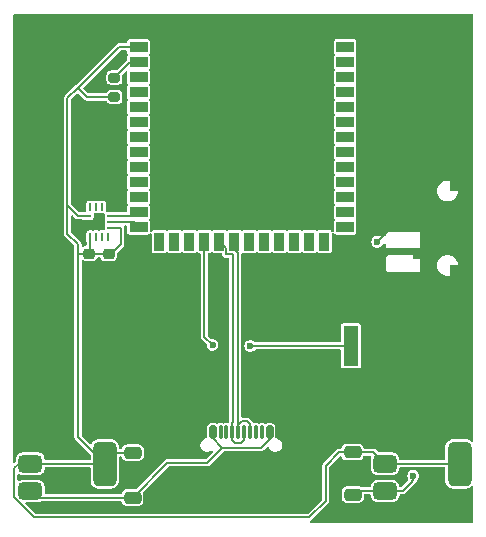
<source format=gbr>
%TF.GenerationSoftware,KiCad,Pcbnew,8.0.8-8.0.8-0~ubuntu24.04.1*%
%TF.CreationDate,2025-08-05T21:13:54-04:00*%
%TF.ProjectId,electronics,656c6563-7472-46f6-9e69-63732e6b6963,rev?*%
%TF.SameCoordinates,Original*%
%TF.FileFunction,Copper,L1,Top*%
%TF.FilePolarity,Positive*%
%FSLAX46Y46*%
G04 Gerber Fmt 4.6, Leading zero omitted, Abs format (unit mm)*
G04 Created by KiCad (PCBNEW 8.0.8-8.0.8-0~ubuntu24.04.1) date 2025-08-05 21:13:54*
%MOMM*%
%LPD*%
G01*
G04 APERTURE LIST*
G04 Aperture macros list*
%AMRoundRect*
0 Rectangle with rounded corners*
0 $1 Rounding radius*
0 $2 $3 $4 $5 $6 $7 $8 $9 X,Y pos of 4 corners*
0 Add a 4 corners polygon primitive as box body*
4,1,4,$2,$3,$4,$5,$6,$7,$8,$9,$2,$3,0*
0 Add four circle primitives for the rounded corners*
1,1,$1+$1,$2,$3*
1,1,$1+$1,$4,$5*
1,1,$1+$1,$6,$7*
1,1,$1+$1,$8,$9*
0 Add four rect primitives between the rounded corners*
20,1,$1+$1,$2,$3,$4,$5,0*
20,1,$1+$1,$4,$5,$6,$7,0*
20,1,$1+$1,$6,$7,$8,$9,0*
20,1,$1+$1,$8,$9,$2,$3,0*%
G04 Aperture macros list end*
%TA.AperFunction,SMDPad,CuDef*%
%ADD10R,1.498600X0.711200*%
%TD*%
%TA.AperFunction,SMDPad,CuDef*%
%ADD11R,0.812800X0.990600*%
%TD*%
%TA.AperFunction,SMDPad,CuDef*%
%ADD12RoundRect,0.375000X-0.625000X-0.375000X0.625000X-0.375000X0.625000X0.375000X-0.625000X0.375000X0*%
%TD*%
%TA.AperFunction,SMDPad,CuDef*%
%ADD13RoundRect,0.500000X-0.500000X-1.400000X0.500000X-1.400000X0.500000X1.400000X-0.500000X1.400000X0*%
%TD*%
%TA.AperFunction,SMDPad,CuDef*%
%ADD14R,0.250000X0.675000*%
%TD*%
%TA.AperFunction,SMDPad,CuDef*%
%ADD15R,0.675000X0.250000*%
%TD*%
%TA.AperFunction,SMDPad,CuDef*%
%ADD16R,1.500000X0.900000*%
%TD*%
%TA.AperFunction,SMDPad,CuDef*%
%ADD17R,0.900000X1.500000*%
%TD*%
%TA.AperFunction,HeatsinkPad*%
%ADD18C,0.600000*%
%TD*%
%TA.AperFunction,SMDPad,CuDef*%
%ADD19R,3.900000X3.900000*%
%TD*%
%TA.AperFunction,SMDPad,CuDef*%
%ADD20RoundRect,0.200000X0.275000X-0.200000X0.275000X0.200000X-0.275000X0.200000X-0.275000X-0.200000X0*%
%TD*%
%TA.AperFunction,SMDPad,CuDef*%
%ADD21RoundRect,0.150000X-0.150000X-0.425000X0.150000X-0.425000X0.150000X0.425000X-0.150000X0.425000X0*%
%TD*%
%TA.AperFunction,SMDPad,CuDef*%
%ADD22RoundRect,0.075000X-0.075000X-0.500000X0.075000X-0.500000X0.075000X0.500000X-0.075000X0.500000X0*%
%TD*%
%TA.AperFunction,SMDPad,CuDef*%
%ADD23RoundRect,0.250000X-0.840000X-0.750000X0.840000X-0.750000X0.840000X0.750000X-0.840000X0.750000X0*%
%TD*%
%TA.AperFunction,SMDPad,CuDef*%
%ADD24RoundRect,0.250000X0.475000X-0.250000X0.475000X0.250000X-0.475000X0.250000X-0.475000X-0.250000X0*%
%TD*%
%TA.AperFunction,SMDPad,CuDef*%
%ADD25RoundRect,0.225000X-0.250000X0.225000X-0.250000X-0.225000X0.250000X-0.225000X0.250000X0.225000X0*%
%TD*%
%TA.AperFunction,SMDPad,CuDef*%
%ADD26R,1.300000X3.400000*%
%TD*%
%TA.AperFunction,ViaPad*%
%ADD27C,0.600000*%
%TD*%
%TA.AperFunction,Conductor*%
%ADD28C,0.200000*%
%TD*%
G04 APERTURE END LIST*
D10*
%TO.P,SW1,1,A*%
%TO.N,unconnected-(SW1-A-Pad1)*%
X220254600Y-86590003D03*
%TO.P,SW1,2,B*%
%TO.N,Net-(BT1--)*%
X220254600Y-83590000D03*
%TO.P,SW1,3,C*%
%TO.N,GND*%
X220254600Y-82090000D03*
D11*
%TO.P,SW1,4*%
%TO.N,N/C*%
X220954601Y-87990000D03*
%TO.P,SW1,5*%
X220954601Y-80690000D03*
%TO.P,SW1,6*%
X223054599Y-87989980D03*
%TO.P,SW1,7*%
X223054599Y-80690020D03*
%TD*%
D12*
%TO.P,U5,1,GND*%
%TO.N,GND*%
X187090000Y-101977500D03*
%TO.P,U5,2,VO*%
%TO.N,+3V3*%
X187090000Y-104277500D03*
D13*
X193390000Y-104277500D03*
D12*
%TO.P,U5,3,VI*%
%TO.N,Net-(U5-VI)*%
X187090000Y-106577500D03*
%TD*%
%TO.P,U3,1,GND*%
%TO.N,GND*%
X217120000Y-101977500D03*
%TO.P,U3,2,VO*%
%TO.N,+3V3*%
X217120000Y-104277500D03*
D13*
X223420000Y-104277500D03*
D12*
%TO.P,U3,3,VI*%
%TO.N,Net-(BT1-+)*%
X217120000Y-106577500D03*
%TD*%
D14*
%TO.P,U2,1,SDO*%
%TO.N,GND*%
X193652500Y-82535000D03*
%TO.P,U2,2,ASDx*%
%TO.N,unconnected-(U2-ASDx-Pad2)*%
X193152500Y-82535000D03*
%TO.P,U2,3,ASCx*%
%TO.N,unconnected-(U2-ASCx-Pad3)*%
X192652500Y-82535000D03*
%TO.P,U2,4,INT1*%
%TO.N,unconnected-(U2-INT1-Pad4)*%
X192152500Y-82535000D03*
D15*
%TO.P,U2,5,VDDI0*%
%TO.N,+3V3*%
X191890000Y-83297500D03*
%TO.P,U2,6,GNDI0*%
%TO.N,GND*%
X191890000Y-83797500D03*
%TO.P,U2,7,GND*%
X191890000Y-84297500D03*
D14*
%TO.P,U2,8,VDD*%
%TO.N,+3V3*%
X192152500Y-85060000D03*
%TO.P,U2,9,INT2*%
%TO.N,unconnected-(U2-INT2-Pad9)*%
X192652500Y-85060000D03*
%TO.P,U2,10,OCSB*%
%TO.N,unconnected-(U2-OCSB-Pad10)*%
X193152500Y-85060000D03*
%TO.P,U2,11,OSDO*%
%TO.N,unconnected-(U2-OSDO-Pad11)*%
X193652500Y-85060000D03*
D15*
%TO.P,U2,12,CSB*%
%TO.N,+3V3*%
X193915000Y-84297500D03*
%TO.P,U2,13,SCx*%
%TO.N,/SCL*%
X193915000Y-83797500D03*
%TO.P,U2,14,SDx*%
%TO.N,/SDA*%
X193915000Y-83297500D03*
%TD*%
D16*
%TO.P,U1,1,GND*%
%TO.N,GND*%
X196240000Y-67710000D03*
%TO.P,U1,2,3V3*%
%TO.N,+3V3*%
X196240000Y-68980000D03*
%TO.P,U1,3,EN*%
%TO.N,Net-(U1-EN)*%
X196240000Y-70250000D03*
%TO.P,U1,4,IO4*%
%TO.N,unconnected-(U1-IO4-Pad4)*%
X196240000Y-71520000D03*
%TO.P,U1,5,IO5*%
%TO.N,unconnected-(U1-IO5-Pad5)*%
X196240000Y-72790000D03*
%TO.P,U1,6,IO6*%
%TO.N,unconnected-(U1-IO6-Pad6)*%
X196240000Y-74060000D03*
%TO.P,U1,7,IO7*%
%TO.N,unconnected-(U1-IO7-Pad7)*%
X196240000Y-75330000D03*
%TO.P,U1,8,IO15*%
%TO.N,unconnected-(U1-IO15-Pad8)*%
X196240000Y-76600000D03*
%TO.P,U1,9,IO16*%
%TO.N,unconnected-(U1-IO16-Pad9)*%
X196240000Y-77870000D03*
%TO.P,U1,10,IO17*%
%TO.N,unconnected-(U1-IO17-Pad10)*%
X196240000Y-79140000D03*
%TO.P,U1,11,IO18*%
%TO.N,unconnected-(U1-IO18-Pad11)*%
X196240000Y-80410000D03*
%TO.P,U1,12,IO8*%
%TO.N,unconnected-(U1-IO8-Pad12)*%
X196240000Y-81680000D03*
%TO.P,U1,13,IO19*%
%TO.N,/SDA*%
X196240000Y-82950000D03*
%TO.P,U1,14,IO20*%
%TO.N,/SCL*%
X196240000Y-84220000D03*
D17*
%TO.P,U1,15,IO3*%
%TO.N,unconnected-(U1-IO3-Pad15)*%
X198005000Y-85470000D03*
%TO.P,U1,16,IO46*%
%TO.N,unconnected-(U1-IO46-Pad16)*%
X199275000Y-85470000D03*
%TO.P,U1,17,IO9*%
%TO.N,unconnected-(U1-IO9-Pad17)*%
X200545000Y-85470000D03*
%TO.P,U1,18,IO10*%
%TO.N,/BZR*%
X201815000Y-85470000D03*
%TO.P,U1,19,IO11*%
%TO.N,/D-*%
X203085000Y-85470000D03*
%TO.P,U1,20,IO12*%
%TO.N,/D+*%
X204355000Y-85470000D03*
%TO.P,U1,21,IO13*%
%TO.N,unconnected-(U1-IO13-Pad21)*%
X205625000Y-85470000D03*
%TO.P,U1,22,IO14*%
%TO.N,unconnected-(U1-IO14-Pad22)*%
X206895000Y-85470000D03*
%TO.P,U1,23,IO21*%
%TO.N,unconnected-(U1-IO21-Pad23)*%
X208165000Y-85470000D03*
%TO.P,U1,24,IO47*%
%TO.N,unconnected-(U1-IO47-Pad24)*%
X209435000Y-85470000D03*
%TO.P,U1,25,IO48*%
%TO.N,unconnected-(U1-IO48-Pad25)*%
X210705000Y-85470000D03*
%TO.P,U1,26,IO45*%
%TO.N,unconnected-(U1-IO45-Pad26)*%
X211975000Y-85470000D03*
D16*
%TO.P,U1,27,IO0*%
%TO.N,unconnected-(U1-IO0-Pad27)*%
X213740000Y-84220000D03*
%TO.P,U1,28,IO35*%
%TO.N,unconnected-(U1-IO35-Pad28)*%
X213740000Y-82950000D03*
%TO.P,U1,29,IO36*%
%TO.N,unconnected-(U1-IO36-Pad29)*%
X213740000Y-81680000D03*
%TO.P,U1,30,IO37*%
%TO.N,unconnected-(U1-IO37-Pad30)*%
X213740000Y-80410000D03*
%TO.P,U1,31,IO38*%
%TO.N,unconnected-(U1-IO38-Pad31)*%
X213740000Y-79140000D03*
%TO.P,U1,32,IO39*%
%TO.N,unconnected-(U1-IO39-Pad32)*%
X213740000Y-77870000D03*
%TO.P,U1,33,IO40*%
%TO.N,unconnected-(U1-IO40-Pad33)*%
X213740000Y-76600000D03*
%TO.P,U1,34,IO41*%
%TO.N,unconnected-(U1-IO41-Pad34)*%
X213740000Y-75330000D03*
%TO.P,U1,35,IO42*%
%TO.N,unconnected-(U1-IO42-Pad35)*%
X213740000Y-74060000D03*
%TO.P,U1,36,RXD0*%
%TO.N,unconnected-(U1-RXD0-Pad36)*%
X213740000Y-72790000D03*
%TO.P,U1,37,TXD0*%
%TO.N,unconnected-(U1-TXD0-Pad37)*%
X213740000Y-71520000D03*
%TO.P,U1,38,IO2*%
%TO.N,unconnected-(U1-IO2-Pad38)*%
X213740000Y-70250000D03*
%TO.P,U1,39,IO1*%
%TO.N,unconnected-(U1-IO1-Pad39)*%
X213740000Y-68980000D03*
%TO.P,U1,40,GND*%
%TO.N,GND*%
X213740000Y-67710000D03*
D18*
%TO.P,U1,41,GND*%
X202090000Y-74730000D03*
X202090000Y-76130000D03*
X202790000Y-74030000D03*
X202790000Y-75430000D03*
X202790000Y-76830000D03*
X203490000Y-74730000D03*
D19*
X203490000Y-75430000D03*
D18*
X203490000Y-76130000D03*
X204190000Y-74030000D03*
X204190000Y-75430000D03*
X204190000Y-76830000D03*
X204890000Y-74730000D03*
X204890000Y-76130000D03*
%TD*%
D20*
%TO.P,R1,1*%
%TO.N,+3V3*%
X194200000Y-73230000D03*
%TO.P,R1,2*%
%TO.N,Net-(U1-EN)*%
X194200000Y-71580000D03*
%TD*%
D21*
%TO.P,J1,A1,GND*%
%TO.N,GND*%
X201730000Y-101630000D03*
%TO.P,J1,A4,VBUS*%
%TO.N,Net-(U5-VI)*%
X202530000Y-101630000D03*
D22*
%TO.P,J1,A5,CC1*%
%TO.N,unconnected-(J1-CC1-PadA5)*%
X203680000Y-101630000D03*
%TO.P,J1,A6,D+*%
%TO.N,/D+*%
X204680000Y-101630000D03*
%TO.P,J1,A7,D-*%
%TO.N,/D-*%
X205180000Y-101630000D03*
%TO.P,J1,A8*%
%TO.N,N/C*%
X206180000Y-101630000D03*
D21*
%TO.P,J1,A9,VBUS*%
%TO.N,Net-(U5-VI)*%
X207330000Y-101630000D03*
%TO.P,J1,A12,GND*%
%TO.N,GND*%
X208130000Y-101630000D03*
%TO.P,J1,B1,GND*%
X208130000Y-101630000D03*
%TO.P,J1,B4,VBUS*%
%TO.N,Net-(U5-VI)*%
X207330000Y-101630000D03*
D22*
%TO.P,J1,B5,CC2*%
%TO.N,unconnected-(J1-CC2-PadB5)*%
X206680000Y-101630000D03*
%TO.P,J1,B6,D+*%
%TO.N,/D+*%
X205680000Y-101630000D03*
%TO.P,J1,B7,D-*%
%TO.N,/D-*%
X204180000Y-101630000D03*
%TO.P,J1,B8*%
%TO.N,N/C*%
X203180000Y-101630000D03*
D21*
%TO.P,J1,B9,VBUS*%
%TO.N,Net-(U5-VI)*%
X202530000Y-101630000D03*
%TO.P,J1,B12,GND*%
%TO.N,GND*%
X201730000Y-101630000D03*
D23*
%TO.P,J1,S1,SHIELD*%
X199820000Y-102205000D03*
X199820000Y-106135000D03*
X210040000Y-102205000D03*
X210040000Y-106135000D03*
%TD*%
D24*
%TO.P,C7,2*%
%TO.N,GND*%
X195750000Y-101450000D03*
%TO.P,C7,1*%
%TO.N,+3V3*%
X195750000Y-103350000D03*
%TD*%
%TO.P,C6,2*%
%TO.N,GND*%
X195730000Y-105240000D03*
%TO.P,C6,1*%
%TO.N,Net-(U5-VI)*%
X195730000Y-107140000D03*
%TD*%
D25*
%TO.P,C4,1*%
%TO.N,+3V3*%
X192070000Y-86485000D03*
%TO.P,C4,2*%
%TO.N,GND*%
X192070000Y-88035000D03*
%TD*%
%TO.P,C3,1*%
%TO.N,+3V3*%
X193700000Y-86500000D03*
%TO.P,C3,2*%
%TO.N,GND*%
X193700000Y-88050000D03*
%TD*%
D24*
%TO.P,C2,1*%
%TO.N,+3V3*%
X214360000Y-103290000D03*
%TO.P,C2,2*%
%TO.N,GND*%
X214360000Y-101390000D03*
%TD*%
%TO.P,C1,1*%
%TO.N,Net-(BT1-+)*%
X214370000Y-106900000D03*
%TO.P,C1,2*%
%TO.N,GND*%
X214370000Y-105000000D03*
%TD*%
D26*
%TO.P,BZ1,1,+*%
%TO.N,/BZR*%
X214212500Y-94300000D03*
%TO.P,BZ1,2,-*%
%TO.N,GND*%
X222912500Y-94300000D03*
%TD*%
D27*
%TO.N,GND*%
X192000000Y-100080000D03*
X190500000Y-99950000D03*
X210970000Y-104220000D03*
X212950000Y-105240000D03*
X191830000Y-81260000D03*
X189620000Y-82360000D03*
X190850000Y-84130000D03*
%TO.N,Net-(BT1-+)*%
X219500000Y-105300000D03*
%TO.N,/BZR*%
X202502984Y-94224926D03*
X205710000Y-94310000D03*
%TO.N,Net-(BT1--)*%
X216460000Y-85480000D03*
%TD*%
D28*
%TO.N,Net-(BT1--)*%
X216460000Y-85480000D02*
X218350000Y-83590000D01*
X218350000Y-83590000D02*
X220254600Y-83590000D01*
X220254600Y-83590000D02*
X220254600Y-83739688D01*
%TO.N,GND*%
X190500000Y-99950000D02*
X189117500Y-99950000D01*
X189117500Y-99950000D02*
X187090000Y-101977500D01*
X214370000Y-105000000D02*
X213190000Y-105000000D01*
X213190000Y-105000000D02*
X212950000Y-105240000D01*
X192940000Y-81260000D02*
X191830000Y-81260000D01*
X193652500Y-81972500D02*
X192940000Y-81260000D01*
X193652500Y-82535000D02*
X193652500Y-81972500D01*
X191182500Y-83797500D02*
X190850000Y-84130000D01*
X191890000Y-83797500D02*
X191182500Y-83797500D01*
%TO.N,+3V3*%
X191890000Y-83297500D02*
X191137500Y-83297500D01*
X191137500Y-83297500D02*
X190220000Y-82380000D01*
X191110000Y-86440000D02*
X191110000Y-85680000D01*
X191110000Y-85680000D02*
X190220000Y-84790000D01*
X190220000Y-84790000D02*
X190220000Y-73330000D01*
X190220000Y-73330000D02*
X191110000Y-72440000D01*
%TO.N,Net-(BT1-+)*%
X219500000Y-105670000D02*
X219500000Y-105300000D01*
X219270000Y-105900000D02*
X219500000Y-105670000D01*
X217120000Y-106577500D02*
X218592500Y-106577500D01*
X218592500Y-106577500D02*
X219270000Y-105900000D01*
X217120000Y-106577500D02*
X214692500Y-106577500D01*
X214692500Y-106577500D02*
X214370000Y-106900000D01*
%TO.N,+3V3*%
X187090000Y-104277500D02*
X186090000Y-104277500D01*
X186090000Y-104277500D02*
X185690000Y-104677500D01*
X212070000Y-107430000D02*
X212070000Y-104460000D01*
X185690000Y-104677500D02*
X185690000Y-107132094D01*
X212070000Y-104460000D02*
X213240000Y-103290000D01*
X185690000Y-107132094D02*
X187387906Y-108830000D01*
X213240000Y-103290000D02*
X214360000Y-103290000D01*
X187387906Y-108830000D02*
X210670000Y-108830000D01*
X210670000Y-108830000D02*
X212070000Y-107430000D01*
X195750000Y-103350000D02*
X194317500Y-103350000D01*
X194317500Y-103350000D02*
X193390000Y-104277500D01*
%TO.N,Net-(U5-VI)*%
X195730000Y-107140000D02*
X187652500Y-107140000D01*
X187652500Y-107140000D02*
X187090000Y-106577500D01*
X203347590Y-102905000D02*
X202062590Y-104190000D01*
X202062590Y-104190000D02*
X198680000Y-104190000D01*
X198680000Y-104190000D02*
X195730000Y-107140000D01*
X207330000Y-101630000D02*
X207330000Y-102204999D01*
X207330000Y-102204999D02*
X206629999Y-102905000D01*
X206629999Y-102905000D02*
X203347590Y-102905000D01*
X203347590Y-102905000D02*
X202530000Y-102087410D01*
X202530000Y-102087410D02*
X202530000Y-101630000D01*
%TO.N,/BZR*%
X202502984Y-94224926D02*
X201815000Y-93536942D01*
X201815000Y-93536942D02*
X201815000Y-85470000D01*
X205720000Y-94300000D02*
X205710000Y-94310000D01*
X214212500Y-94300000D02*
X205720000Y-94300000D01*
%TO.N,/D+*%
X204355000Y-85470000D02*
X204355000Y-86103603D01*
X204355000Y-86103603D02*
X204655000Y-86403603D01*
X204655000Y-86403603D02*
X204655000Y-100742499D01*
X204655000Y-100742499D02*
X204680000Y-100767499D01*
%TO.N,/D-*%
X204180000Y-100767499D02*
X204180000Y-101630000D01*
%TO.N,/D+*%
X204680000Y-100767499D02*
X204680000Y-101630000D01*
%TO.N,/D-*%
X204135000Y-86520000D02*
X204205000Y-86590000D01*
X203085000Y-85470000D02*
X203605000Y-85990000D01*
X203605000Y-85990000D02*
X203605000Y-86520000D01*
X203605000Y-86520000D02*
X204135000Y-86520000D01*
X204205000Y-86590000D02*
X204205000Y-100742499D01*
X204205000Y-100742499D02*
X204180000Y-100767499D01*
%TO.N,/D+*%
X204680000Y-101630000D02*
X204680000Y-101022590D01*
X204680000Y-101022590D02*
X205022590Y-100680000D01*
X205022590Y-100680000D02*
X205437410Y-100680000D01*
X205437410Y-100680000D02*
X205680000Y-100922590D01*
X205680000Y-100922590D02*
X205680000Y-101630000D01*
%TO.N,/D-*%
X204180000Y-101630000D02*
X204180000Y-102237410D01*
X204180000Y-102237410D02*
X204447590Y-102505000D01*
X204447590Y-102505000D02*
X204925000Y-102505000D01*
X204925000Y-102505000D02*
X205180000Y-102250000D01*
X205180000Y-102250000D02*
X205180000Y-101630000D01*
%TO.N,+3V3*%
X193700000Y-86500000D02*
X192085000Y-86500000D01*
X192085000Y-86500000D02*
X192070000Y-86485000D01*
X194730000Y-85650000D02*
X194740000Y-85660000D01*
X194730000Y-84390000D02*
X194730000Y-85650000D01*
X193915000Y-84297500D02*
X194637500Y-84297500D01*
X194637500Y-84297500D02*
X194730000Y-84390000D01*
X194740000Y-85660000D02*
X193900000Y-86500000D01*
X193900000Y-86500000D02*
X193700000Y-86500000D01*
X191110000Y-101997500D02*
X191110000Y-86440000D01*
X192070000Y-86485000D02*
X191155000Y-86485000D01*
X191155000Y-86485000D02*
X191110000Y-86440000D01*
X192152500Y-85060000D02*
X192152500Y-86402500D01*
X192152500Y-86402500D02*
X192070000Y-86485000D01*
%TO.N,/SDA*%
X193915000Y-83297500D02*
X195892500Y-83297500D01*
X195892500Y-83297500D02*
X196240000Y-82950000D01*
%TO.N,/SCL*%
X193915000Y-83797500D02*
X195817500Y-83797500D01*
X195817500Y-83797500D02*
X196240000Y-84220000D01*
%TO.N,+3V3*%
X194200000Y-73230000D02*
X191900000Y-73230000D01*
X191900000Y-73230000D02*
X191110000Y-72440000D01*
%TO.N,Net-(U1-EN)*%
X194200000Y-71580000D02*
X195530000Y-70250000D01*
X195530000Y-70250000D02*
X196240000Y-70250000D01*
%TO.N,+3V3*%
X193390000Y-104277500D02*
X191110000Y-101997500D01*
X191110000Y-72440000D02*
X194570000Y-68980000D01*
X194570000Y-68980000D02*
X196240000Y-68980000D01*
X193390000Y-104277500D02*
X187090000Y-104277500D01*
X214360000Y-103290000D02*
X216132500Y-103290000D01*
X216132500Y-103290000D02*
X217120000Y-104277500D01*
X217120000Y-104277500D02*
X223420000Y-104277500D01*
%TD*%
%TA.AperFunction,Conductor*%
%TO.N,GND*%
G36*
X215911345Y-103609407D02*
G01*
X215947309Y-103658907D01*
X215947309Y-103720093D01*
X215944618Y-103727386D01*
X215934314Y-103752261D01*
X215934312Y-103752267D01*
X215926332Y-103812882D01*
X215919500Y-103864780D01*
X215919500Y-104690220D01*
X215934313Y-104802736D01*
X215992302Y-104942733D01*
X216084549Y-105062951D01*
X216204767Y-105155198D01*
X216344764Y-105213187D01*
X216457280Y-105228000D01*
X216457281Y-105228000D01*
X217782719Y-105228000D01*
X217782720Y-105228000D01*
X217895236Y-105213187D01*
X218035233Y-105155198D01*
X218155451Y-105062951D01*
X218247698Y-104942733D01*
X218305687Y-104802736D01*
X218320500Y-104690220D01*
X218320500Y-104677000D01*
X218339407Y-104618809D01*
X218388907Y-104582845D01*
X218419500Y-104578000D01*
X222120500Y-104578000D01*
X222178691Y-104596907D01*
X222214655Y-104646407D01*
X222219500Y-104677000D01*
X222219500Y-105734120D01*
X222225913Y-105804694D01*
X222276521Y-105967105D01*
X222276522Y-105967107D01*
X222328000Y-106052261D01*
X222364528Y-106112685D01*
X222484815Y-106232972D01*
X222630394Y-106320978D01*
X222792804Y-106371586D01*
X222863384Y-106378000D01*
X222863389Y-106378000D01*
X223976611Y-106378000D01*
X223976616Y-106378000D01*
X224047196Y-106371586D01*
X224209606Y-106320978D01*
X224355185Y-106232972D01*
X224420498Y-106167658D01*
X224475013Y-106139883D01*
X224535445Y-106149454D01*
X224578710Y-106192719D01*
X224589500Y-106237664D01*
X224589500Y-109200500D01*
X224570593Y-109258691D01*
X224521093Y-109294655D01*
X224490500Y-109299500D01*
X210826253Y-109299500D01*
X210768062Y-109280593D01*
X210732098Y-109231093D01*
X210732098Y-109169907D01*
X210768062Y-109120407D01*
X210780478Y-109113454D01*
X210780370Y-109113266D01*
X210825235Y-109087362D01*
X210854511Y-109070460D01*
X210910460Y-109014511D01*
X212310460Y-107614511D01*
X212314980Y-107606681D01*
X212320199Y-107597644D01*
X212340079Y-107563208D01*
X212350021Y-107545989D01*
X212370500Y-107469562D01*
X212370500Y-106595725D01*
X213444500Y-106595725D01*
X213444500Y-107204274D01*
X213447353Y-107234694D01*
X213447355Y-107234703D01*
X213492207Y-107362883D01*
X213572845Y-107472144D01*
X213572847Y-107472146D01*
X213572850Y-107472150D01*
X213572853Y-107472152D01*
X213572855Y-107472154D01*
X213682116Y-107552792D01*
X213682117Y-107552792D01*
X213682118Y-107552793D01*
X213810301Y-107597646D01*
X213840725Y-107600499D01*
X213840727Y-107600500D01*
X213840734Y-107600500D01*
X214899273Y-107600500D01*
X214899273Y-107600499D01*
X214929699Y-107597646D01*
X215057882Y-107552793D01*
X215167150Y-107472150D01*
X215247793Y-107362882D01*
X215292646Y-107234699D01*
X215295499Y-107204273D01*
X215295500Y-107204273D01*
X215295500Y-106977000D01*
X215314407Y-106918809D01*
X215363907Y-106882845D01*
X215394500Y-106878000D01*
X215820500Y-106878000D01*
X215878691Y-106896907D01*
X215914655Y-106946407D01*
X215919500Y-106977000D01*
X215919500Y-106990220D01*
X215934313Y-107102736D01*
X215992302Y-107242733D01*
X216084549Y-107362951D01*
X216204767Y-107455198D01*
X216344764Y-107513187D01*
X216457280Y-107528000D01*
X216457281Y-107528000D01*
X217782719Y-107528000D01*
X217782720Y-107528000D01*
X217895236Y-107513187D01*
X218035233Y-107455198D01*
X218155451Y-107362951D01*
X218247698Y-107242733D01*
X218305687Y-107102736D01*
X218320500Y-106990220D01*
X218320500Y-106977000D01*
X218339407Y-106918809D01*
X218388907Y-106882845D01*
X218419500Y-106878000D01*
X218632063Y-106878000D01*
X218632063Y-106877999D01*
X218708489Y-106857521D01*
X218777011Y-106817960D01*
X218832960Y-106762011D01*
X219510460Y-106084511D01*
X219740460Y-105854511D01*
X219776521Y-105792051D01*
X219780019Y-105785993D01*
X219780019Y-105785992D01*
X219780021Y-105785989D01*
X219793098Y-105737183D01*
X219825806Y-105686818D01*
X219825774Y-105686782D01*
X219825902Y-105686670D01*
X219826421Y-105685872D01*
X219828849Y-105684116D01*
X219831119Y-105682148D01*
X219831128Y-105682143D01*
X219925377Y-105573373D01*
X219985165Y-105442457D01*
X220005647Y-105300000D01*
X219985165Y-105157543D01*
X219925377Y-105026627D01*
X219831128Y-104917857D01*
X219831127Y-104917856D01*
X219831126Y-104917855D01*
X219710057Y-104840049D01*
X219710054Y-104840047D01*
X219710053Y-104840047D01*
X219710050Y-104840046D01*
X219571964Y-104799500D01*
X219571961Y-104799500D01*
X219428039Y-104799500D01*
X219428035Y-104799500D01*
X219289949Y-104840046D01*
X219289942Y-104840049D01*
X219168873Y-104917855D01*
X219074622Y-105026628D01*
X219014834Y-105157543D01*
X218994353Y-105299997D01*
X218994353Y-105300002D01*
X219014834Y-105442456D01*
X219014834Y-105442458D01*
X219076488Y-105577459D01*
X219083463Y-105638245D01*
X219056439Y-105688589D01*
X218497025Y-106248004D01*
X218442508Y-106275781D01*
X218427021Y-106277000D01*
X218419500Y-106277000D01*
X218361309Y-106258093D01*
X218325345Y-106208593D01*
X218320500Y-106178000D01*
X218320500Y-106164781D01*
X218320500Y-106164780D01*
X218305687Y-106052264D01*
X218247698Y-105912267D01*
X218155451Y-105792049D01*
X218035233Y-105699802D01*
X217895236Y-105641813D01*
X217895234Y-105641812D01*
X217895232Y-105641812D01*
X217782720Y-105627000D01*
X216457280Y-105627000D01*
X216457279Y-105627000D01*
X216344767Y-105641812D01*
X216344761Y-105641814D01*
X216204768Y-105699801D01*
X216084551Y-105792047D01*
X216084547Y-105792051D01*
X215992301Y-105912268D01*
X215934314Y-106052261D01*
X215934312Y-106052267D01*
X215919500Y-106164779D01*
X215919500Y-106178000D01*
X215900593Y-106236191D01*
X215851093Y-106272155D01*
X215820500Y-106277000D01*
X215130827Y-106277000D01*
X215072636Y-106258093D01*
X215072105Y-106257704D01*
X215057882Y-106247207D01*
X215057881Y-106247206D01*
X214929703Y-106202355D01*
X214929694Y-106202353D01*
X214899274Y-106199500D01*
X214899266Y-106199500D01*
X213840734Y-106199500D01*
X213840725Y-106199500D01*
X213810305Y-106202353D01*
X213810296Y-106202355D01*
X213682116Y-106247207D01*
X213572855Y-106327845D01*
X213572845Y-106327855D01*
X213492207Y-106437116D01*
X213447355Y-106565296D01*
X213447353Y-106565305D01*
X213444500Y-106595725D01*
X212370500Y-106595725D01*
X212370500Y-104625479D01*
X212389407Y-104567288D01*
X212399496Y-104555475D01*
X212841950Y-104113021D01*
X213298188Y-103656782D01*
X213352703Y-103629007D01*
X213413135Y-103638578D01*
X213456400Y-103681843D01*
X213461634Y-103694090D01*
X213482207Y-103752882D01*
X213482207Y-103752883D01*
X213562845Y-103862144D01*
X213562847Y-103862146D01*
X213562850Y-103862150D01*
X213562853Y-103862152D01*
X213562855Y-103862154D01*
X213672116Y-103942792D01*
X213672117Y-103942792D01*
X213672118Y-103942793D01*
X213800301Y-103987646D01*
X213830725Y-103990499D01*
X213830727Y-103990500D01*
X213830734Y-103990500D01*
X214889273Y-103990500D01*
X214889273Y-103990499D01*
X214919699Y-103987646D01*
X215047882Y-103942793D01*
X215157150Y-103862150D01*
X215237793Y-103752882D01*
X215271413Y-103656802D01*
X215308478Y-103608122D01*
X215364857Y-103590500D01*
X215853154Y-103590500D01*
X215911345Y-103609407D01*
G37*
%TD.AperFunction*%
%TA.AperFunction,Conductor*%
G36*
X202707506Y-75926886D02*
G01*
X202718109Y-75929999D01*
X202718112Y-75930000D01*
X202861888Y-75930000D01*
X202861892Y-75929999D01*
X202872491Y-75926887D01*
X202933651Y-75928633D01*
X202982105Y-75965994D01*
X202999345Y-76024701D01*
X202998377Y-76035964D01*
X202984858Y-76129995D01*
X202984858Y-76130003D01*
X202998377Y-76224034D01*
X202987944Y-76284324D01*
X202944065Y-76326966D01*
X202883503Y-76335673D01*
X202872496Y-76333114D01*
X202861891Y-76330000D01*
X202718112Y-76330000D01*
X202718104Y-76330001D01*
X202707501Y-76333114D01*
X202646341Y-76331364D01*
X202597890Y-76293999D01*
X202580654Y-76235292D01*
X202581622Y-76224033D01*
X202595142Y-76130001D01*
X202595142Y-76129997D01*
X202581622Y-76035965D01*
X202592055Y-75975676D01*
X202635933Y-75933034D01*
X202696495Y-75924326D01*
X202707506Y-75926886D01*
G37*
%TD.AperFunction*%
%TA.AperFunction,Conductor*%
G36*
X204107506Y-75926886D02*
G01*
X204118109Y-75929999D01*
X204118112Y-75930000D01*
X204261888Y-75930000D01*
X204261892Y-75929999D01*
X204272491Y-75926887D01*
X204333651Y-75928633D01*
X204382105Y-75965994D01*
X204399345Y-76024701D01*
X204398377Y-76035964D01*
X204384858Y-76129995D01*
X204384858Y-76130003D01*
X204398377Y-76224034D01*
X204387944Y-76284324D01*
X204344065Y-76326966D01*
X204283503Y-76335673D01*
X204272496Y-76333114D01*
X204261891Y-76330000D01*
X204118112Y-76330000D01*
X204118104Y-76330001D01*
X204107501Y-76333114D01*
X204046341Y-76331364D01*
X203997890Y-76293999D01*
X203980654Y-76235292D01*
X203981622Y-76224033D01*
X203995142Y-76130001D01*
X203995142Y-76129997D01*
X203981622Y-76035965D01*
X203992055Y-75975676D01*
X204035933Y-75933034D01*
X204096495Y-75924326D01*
X204107506Y-75926886D01*
G37*
%TD.AperFunction*%
%TA.AperFunction,Conductor*%
G36*
X203407506Y-75226886D02*
G01*
X203418109Y-75229999D01*
X203418112Y-75230000D01*
X203561888Y-75230000D01*
X203561892Y-75229999D01*
X203572491Y-75226887D01*
X203633651Y-75228633D01*
X203682105Y-75265994D01*
X203699345Y-75324701D01*
X203698377Y-75335964D01*
X203684858Y-75429995D01*
X203684858Y-75430003D01*
X203698377Y-75524034D01*
X203687944Y-75584324D01*
X203644065Y-75626966D01*
X203583503Y-75635673D01*
X203572496Y-75633114D01*
X203561891Y-75630000D01*
X203418112Y-75630000D01*
X203418104Y-75630001D01*
X203407501Y-75633114D01*
X203346341Y-75631364D01*
X203297890Y-75593999D01*
X203280654Y-75535292D01*
X203281622Y-75524033D01*
X203295142Y-75430001D01*
X203295142Y-75429997D01*
X203281622Y-75335965D01*
X203292055Y-75275676D01*
X203335933Y-75233034D01*
X203396495Y-75224326D01*
X203407506Y-75226886D01*
G37*
%TD.AperFunction*%
%TA.AperFunction,Conductor*%
G36*
X202707506Y-74526886D02*
G01*
X202718109Y-74529999D01*
X202718112Y-74530000D01*
X202861888Y-74530000D01*
X202861892Y-74529999D01*
X202872491Y-74526887D01*
X202933651Y-74528633D01*
X202982105Y-74565994D01*
X202999345Y-74624701D01*
X202998377Y-74635964D01*
X202984858Y-74729995D01*
X202984858Y-74730003D01*
X202998377Y-74824034D01*
X202987944Y-74884324D01*
X202944065Y-74926966D01*
X202883503Y-74935673D01*
X202872496Y-74933114D01*
X202861891Y-74930000D01*
X202718112Y-74930000D01*
X202718104Y-74930001D01*
X202707501Y-74933114D01*
X202646341Y-74931364D01*
X202597890Y-74893999D01*
X202580654Y-74835292D01*
X202581622Y-74824033D01*
X202595142Y-74730001D01*
X202595142Y-74729997D01*
X202581622Y-74635965D01*
X202592055Y-74575676D01*
X202635933Y-74533034D01*
X202696495Y-74524326D01*
X202707506Y-74526886D01*
G37*
%TD.AperFunction*%
%TA.AperFunction,Conductor*%
G36*
X204107506Y-74526886D02*
G01*
X204118109Y-74529999D01*
X204118112Y-74530000D01*
X204261888Y-74530000D01*
X204261892Y-74529999D01*
X204272491Y-74526887D01*
X204333651Y-74528633D01*
X204382105Y-74565994D01*
X204399345Y-74624701D01*
X204398377Y-74635964D01*
X204384858Y-74729995D01*
X204384858Y-74730003D01*
X204398377Y-74824034D01*
X204387944Y-74884324D01*
X204344065Y-74926966D01*
X204283503Y-74935673D01*
X204272496Y-74933114D01*
X204261891Y-74930000D01*
X204118112Y-74930000D01*
X204118104Y-74930001D01*
X204107501Y-74933114D01*
X204046341Y-74931364D01*
X203997890Y-74893999D01*
X203980654Y-74835292D01*
X203981622Y-74824033D01*
X203995142Y-74730001D01*
X203995142Y-74729997D01*
X203981622Y-74635965D01*
X203992055Y-74575676D01*
X204035933Y-74533034D01*
X204096495Y-74524326D01*
X204107506Y-74526886D01*
G37*
%TD.AperFunction*%
%TA.AperFunction,Conductor*%
G36*
X224548691Y-66238907D02*
G01*
X224584655Y-66288407D01*
X224589500Y-66319000D01*
X224589500Y-102317336D01*
X224570593Y-102375527D01*
X224521093Y-102411491D01*
X224459907Y-102411491D01*
X224420498Y-102387341D01*
X224355185Y-102322028D01*
X224317777Y-102299414D01*
X224209607Y-102234022D01*
X224209605Y-102234021D01*
X224047194Y-102183413D01*
X223976620Y-102177000D01*
X223976616Y-102177000D01*
X222863384Y-102177000D01*
X222863379Y-102177000D01*
X222792805Y-102183413D01*
X222630394Y-102234021D01*
X222630392Y-102234022D01*
X222484816Y-102322027D01*
X222364527Y-102442316D01*
X222276522Y-102587892D01*
X222276521Y-102587894D01*
X222225913Y-102750305D01*
X222219500Y-102820879D01*
X222219500Y-103878000D01*
X222200593Y-103936191D01*
X222151093Y-103972155D01*
X222120500Y-103977000D01*
X218419500Y-103977000D01*
X218361309Y-103958093D01*
X218325345Y-103908593D01*
X218320500Y-103878000D01*
X218320500Y-103864781D01*
X218320500Y-103864780D01*
X218305687Y-103752264D01*
X218247698Y-103612267D01*
X218155451Y-103492049D01*
X218035233Y-103399802D01*
X217895236Y-103341813D01*
X217895234Y-103341812D01*
X217895232Y-103341812D01*
X217782720Y-103327000D01*
X216635479Y-103327000D01*
X216577288Y-103308093D01*
X216565475Y-103298004D01*
X216317010Y-103049539D01*
X216310422Y-103045736D01*
X216310423Y-103045736D01*
X216310419Y-103045734D01*
X216248489Y-103009979D01*
X216248487Y-103009978D01*
X216248485Y-103009977D01*
X216172064Y-102989500D01*
X216172062Y-102989500D01*
X215364857Y-102989500D01*
X215306666Y-102970593D01*
X215271413Y-102923198D01*
X215245981Y-102850519D01*
X215237793Y-102827118D01*
X215233195Y-102820888D01*
X215157154Y-102717855D01*
X215157152Y-102717853D01*
X215157150Y-102717850D01*
X215157146Y-102717847D01*
X215157144Y-102717845D01*
X215047883Y-102637207D01*
X214919703Y-102592355D01*
X214919694Y-102592353D01*
X214889274Y-102589500D01*
X214889266Y-102589500D01*
X213830734Y-102589500D01*
X213830725Y-102589500D01*
X213800305Y-102592353D01*
X213800296Y-102592355D01*
X213672116Y-102637207D01*
X213562855Y-102717845D01*
X213562845Y-102717855D01*
X213482207Y-102827116D01*
X213448587Y-102923198D01*
X213411522Y-102971878D01*
X213355143Y-102989500D01*
X213200435Y-102989500D01*
X213124014Y-103009977D01*
X213114793Y-103015301D01*
X213062081Y-103045734D01*
X213062078Y-103045736D01*
X213055489Y-103049539D01*
X211885489Y-104219540D01*
X211885488Y-104219539D01*
X211829539Y-104275489D01*
X211789980Y-104344007D01*
X211789978Y-104344011D01*
X211769500Y-104420435D01*
X211769500Y-107264521D01*
X211750593Y-107322712D01*
X211740504Y-107334525D01*
X210574525Y-108500504D01*
X210520008Y-108528281D01*
X210504521Y-108529500D01*
X187553385Y-108529500D01*
X187495194Y-108510593D01*
X187483381Y-108500504D01*
X186679881Y-107697004D01*
X186652104Y-107642487D01*
X186661675Y-107582055D01*
X186704940Y-107538790D01*
X186749885Y-107528000D01*
X187752719Y-107528000D01*
X187752720Y-107528000D01*
X187865236Y-107513187D01*
X188005233Y-107455198D01*
X188005239Y-107455193D01*
X188007711Y-107453767D01*
X188010479Y-107453025D01*
X188011228Y-107452715D01*
X188011268Y-107452813D01*
X188057217Y-107440500D01*
X194725143Y-107440500D01*
X194783334Y-107459407D01*
X194818587Y-107506802D01*
X194852207Y-107602883D01*
X194932845Y-107712144D01*
X194932847Y-107712146D01*
X194932850Y-107712150D01*
X194932853Y-107712152D01*
X194932855Y-107712154D01*
X195042116Y-107792792D01*
X195042117Y-107792792D01*
X195042118Y-107792793D01*
X195170301Y-107837646D01*
X195200725Y-107840499D01*
X195200727Y-107840500D01*
X195200734Y-107840500D01*
X196259273Y-107840500D01*
X196259273Y-107840499D01*
X196289699Y-107837646D01*
X196417882Y-107792793D01*
X196527150Y-107712150D01*
X196607793Y-107602882D01*
X196652646Y-107474699D01*
X196655499Y-107444273D01*
X196655500Y-107444273D01*
X196655500Y-106835727D01*
X196655499Y-106835725D01*
X196652646Y-106805301D01*
X196630944Y-106743283D01*
X196629571Y-106682117D01*
X196654383Y-106640586D01*
X198775475Y-104519496D01*
X198829992Y-104491719D01*
X198845479Y-104490500D01*
X202102153Y-104490500D01*
X202102153Y-104490499D01*
X202178579Y-104470021D01*
X202247101Y-104430460D01*
X202303050Y-104374511D01*
X203443065Y-103234496D01*
X203497582Y-103206719D01*
X203513069Y-103205500D01*
X206669562Y-103205500D01*
X206669562Y-103205499D01*
X206745988Y-103185021D01*
X206814510Y-103145460D01*
X206842484Y-103117485D01*
X206870460Y-103089511D01*
X207109451Y-102850519D01*
X207163968Y-102822741D01*
X207224400Y-102832312D01*
X207267665Y-102875577D01*
X207275080Y-102894894D01*
X207277788Y-102905000D01*
X207283720Y-102927139D01*
X207359481Y-103058360D01*
X207359483Y-103058362D01*
X207359485Y-103058365D01*
X207466635Y-103165515D01*
X207466637Y-103165516D01*
X207466639Y-103165518D01*
X207597861Y-103241279D01*
X207597859Y-103241279D01*
X207597863Y-103241280D01*
X207597865Y-103241281D01*
X207744234Y-103280500D01*
X207744236Y-103280500D01*
X207895764Y-103280500D01*
X207895766Y-103280500D01*
X208042135Y-103241281D01*
X208042137Y-103241279D01*
X208042139Y-103241279D01*
X208173360Y-103165518D01*
X208173360Y-103165517D01*
X208173365Y-103165515D01*
X208280515Y-103058365D01*
X208285633Y-103049500D01*
X208356279Y-102927139D01*
X208356279Y-102927137D01*
X208356281Y-102927135D01*
X208395500Y-102780766D01*
X208395500Y-102629234D01*
X208356281Y-102482865D01*
X208356279Y-102482862D01*
X208356279Y-102482860D01*
X208280518Y-102351639D01*
X208280516Y-102351637D01*
X208280515Y-102351635D01*
X208173365Y-102244485D01*
X208173362Y-102244483D01*
X208173360Y-102244481D01*
X208042138Y-102168720D01*
X208042139Y-102168720D01*
X207903877Y-102131673D01*
X207852562Y-102098349D01*
X207830636Y-102041227D01*
X207830500Y-102036046D01*
X207830500Y-101171743D01*
X207830500Y-101171740D01*
X207820573Y-101103607D01*
X207769198Y-100998517D01*
X207686483Y-100915802D01*
X207660284Y-100902994D01*
X207581395Y-100864427D01*
X207554139Y-100860456D01*
X207513260Y-100854500D01*
X207146740Y-100854500D01*
X207112673Y-100859463D01*
X207078604Y-100864427D01*
X206999714Y-100902994D01*
X206939131Y-100911565D01*
X206901232Y-100896368D01*
X206862498Y-100870487D01*
X206862496Y-100870486D01*
X206862495Y-100870485D01*
X206782133Y-100854500D01*
X206782132Y-100854500D01*
X206577870Y-100854500D01*
X206577862Y-100854501D01*
X206497505Y-100870484D01*
X206497501Y-100870486D01*
X206484999Y-100878840D01*
X206426111Y-100895447D01*
X206375001Y-100878840D01*
X206362496Y-100870485D01*
X206362495Y-100870484D01*
X206282134Y-100854500D01*
X206077870Y-100854500D01*
X206077855Y-100854502D01*
X206066537Y-100856753D01*
X206005777Y-100849557D01*
X205961494Y-100809154D01*
X205960021Y-100806604D01*
X205960021Y-100806601D01*
X205920460Y-100738079D01*
X205910315Y-100727934D01*
X205864512Y-100682130D01*
X205621920Y-100439539D01*
X205553402Y-100399980D01*
X205553398Y-100399978D01*
X205476974Y-100379500D01*
X205476972Y-100379500D01*
X205054500Y-100379500D01*
X204996309Y-100360593D01*
X204960345Y-100311093D01*
X204955500Y-100280500D01*
X204955500Y-94309997D01*
X205204353Y-94309997D01*
X205204353Y-94310002D01*
X205224834Y-94452456D01*
X205284622Y-94583371D01*
X205284623Y-94583373D01*
X205329071Y-94634669D01*
X205378873Y-94692144D01*
X205430661Y-94725426D01*
X205499947Y-94769953D01*
X205606403Y-94801211D01*
X205638035Y-94810499D01*
X205638036Y-94810499D01*
X205638039Y-94810500D01*
X205638041Y-94810500D01*
X205781959Y-94810500D01*
X205781961Y-94810500D01*
X205920053Y-94769953D01*
X206041128Y-94692143D01*
X206061262Y-94668907D01*
X206090930Y-94634669D01*
X206143326Y-94603073D01*
X206165749Y-94600500D01*
X213263000Y-94600500D01*
X213321191Y-94619407D01*
X213357155Y-94668907D01*
X213362000Y-94699500D01*
X213362000Y-96019746D01*
X213362001Y-96019758D01*
X213373632Y-96078227D01*
X213373633Y-96078231D01*
X213417948Y-96144552D01*
X213484269Y-96188867D01*
X213528731Y-96197711D01*
X213542741Y-96200498D01*
X213542746Y-96200498D01*
X213542752Y-96200500D01*
X213542753Y-96200500D01*
X214882247Y-96200500D01*
X214882248Y-96200500D01*
X214940731Y-96188867D01*
X215007052Y-96144552D01*
X215051367Y-96078231D01*
X215063000Y-96019748D01*
X215063000Y-92580252D01*
X215051367Y-92521769D01*
X215007052Y-92455448D01*
X215007048Y-92455445D01*
X214940733Y-92411134D01*
X214940731Y-92411133D01*
X214940728Y-92411132D01*
X214940727Y-92411132D01*
X214882258Y-92399501D01*
X214882248Y-92399500D01*
X213542752Y-92399500D01*
X213542751Y-92399500D01*
X213542741Y-92399501D01*
X213484272Y-92411132D01*
X213484266Y-92411134D01*
X213417951Y-92455445D01*
X213417945Y-92455451D01*
X213373634Y-92521766D01*
X213373632Y-92521772D01*
X213362001Y-92580241D01*
X213362000Y-92580253D01*
X213362000Y-93900500D01*
X213343093Y-93958691D01*
X213293593Y-93994655D01*
X213263000Y-93999500D01*
X206148418Y-93999500D01*
X206090227Y-93980593D01*
X206073599Y-93965331D01*
X206041128Y-93927857D01*
X205998560Y-93900500D01*
X205920057Y-93850049D01*
X205920054Y-93850047D01*
X205920053Y-93850047D01*
X205920050Y-93850046D01*
X205781964Y-93809500D01*
X205781961Y-93809500D01*
X205638039Y-93809500D01*
X205638035Y-93809500D01*
X205499949Y-93850046D01*
X205499942Y-93850049D01*
X205378873Y-93927855D01*
X205284622Y-94036628D01*
X205224834Y-94167543D01*
X205204353Y-94309997D01*
X204955500Y-94309997D01*
X204955500Y-86824952D01*
X217209187Y-86824952D01*
X217209187Y-87855045D01*
X217209188Y-87855057D01*
X217220819Y-87913526D01*
X217220820Y-87913530D01*
X217265135Y-87979851D01*
X217331456Y-88024166D01*
X217375918Y-88033010D01*
X217389928Y-88035797D01*
X217389933Y-88035797D01*
X217389939Y-88035799D01*
X217389940Y-88035799D01*
X219918634Y-88035799D01*
X219918635Y-88035799D01*
X219977118Y-88024166D01*
X220043439Y-87979851D01*
X220087754Y-87913530D01*
X220099387Y-87855047D01*
X220099387Y-87489999D01*
X221525875Y-87489999D01*
X221545071Y-87672636D01*
X221601816Y-87847276D01*
X221601822Y-87847290D01*
X221674767Y-87973633D01*
X221693637Y-88006317D01*
X221693639Y-88006319D01*
X221816509Y-88142781D01*
X221816510Y-88142782D01*
X221816514Y-88142784D01*
X221816515Y-88142786D01*
X221965081Y-88250726D01*
X221965086Y-88250728D01*
X221965091Y-88250731D01*
X222132836Y-88325415D01*
X222132843Y-88325418D01*
X222312468Y-88363599D01*
X222312471Y-88363599D01*
X222496103Y-88363599D01*
X222496106Y-88363599D01*
X222675731Y-88325418D01*
X222843493Y-88250726D01*
X222992059Y-88142786D01*
X223114937Y-88006317D01*
X223202272Y-87855047D01*
X223206751Y-87847290D01*
X223206751Y-87847288D01*
X223206756Y-87847281D01*
X223263504Y-87672631D01*
X223282699Y-87489999D01*
X223263504Y-87307367D01*
X223206756Y-87132717D01*
X223206753Y-87132712D01*
X223206751Y-87132707D01*
X223156186Y-87045126D01*
X223114937Y-86973681D01*
X223038606Y-86888907D01*
X222992064Y-86837216D01*
X222992063Y-86837215D01*
X222992059Y-86837212D01*
X222843493Y-86729272D01*
X222843489Y-86729270D01*
X222843482Y-86729266D01*
X222675737Y-86654582D01*
X222675732Y-86654580D01*
X222675731Y-86654580D01*
X222675728Y-86654579D01*
X222675727Y-86654579D01*
X222641564Y-86647317D01*
X222496106Y-86616399D01*
X222312468Y-86616399D01*
X222197928Y-86640745D01*
X222132846Y-86654579D01*
X222132836Y-86654582D01*
X221965091Y-86729266D01*
X221965084Y-86729270D01*
X221816510Y-86837215D01*
X221816509Y-86837216D01*
X221693639Y-86973678D01*
X221693635Y-86973684D01*
X221601822Y-87132707D01*
X221601816Y-87132721D01*
X221545071Y-87307361D01*
X221525875Y-87489999D01*
X220099387Y-87489999D01*
X220099387Y-86824951D01*
X220098501Y-86820499D01*
X220094428Y-86800019D01*
X220087754Y-86766468D01*
X220043439Y-86700147D01*
X220043435Y-86700144D01*
X219977120Y-86655833D01*
X219977118Y-86655832D01*
X219977115Y-86655831D01*
X219977114Y-86655831D01*
X219918645Y-86644200D01*
X219918635Y-86644199D01*
X217389939Y-86644199D01*
X217389938Y-86644199D01*
X217389928Y-86644200D01*
X217331459Y-86655831D01*
X217331453Y-86655833D01*
X217265138Y-86700144D01*
X217265132Y-86700150D01*
X217220821Y-86766465D01*
X217220819Y-86766471D01*
X217209188Y-86824940D01*
X217209187Y-86824952D01*
X204955500Y-86824952D01*
X204955500Y-86498515D01*
X204974407Y-86440324D01*
X205023907Y-86404360D01*
X205085093Y-86404360D01*
X205092385Y-86407051D01*
X205096767Y-86408865D01*
X205096769Y-86408867D01*
X205126827Y-86414845D01*
X205155241Y-86420498D01*
X205155246Y-86420498D01*
X205155252Y-86420500D01*
X205155253Y-86420500D01*
X206094747Y-86420500D01*
X206094748Y-86420500D01*
X206153231Y-86408867D01*
X206205000Y-86374274D01*
X206263885Y-86357667D01*
X206314998Y-86374274D01*
X206366769Y-86408867D01*
X206411231Y-86417711D01*
X206425241Y-86420498D01*
X206425246Y-86420498D01*
X206425252Y-86420500D01*
X206425253Y-86420500D01*
X207364747Y-86420500D01*
X207364748Y-86420500D01*
X207423231Y-86408867D01*
X207475000Y-86374274D01*
X207533885Y-86357667D01*
X207584998Y-86374274D01*
X207636769Y-86408867D01*
X207681231Y-86417711D01*
X207695241Y-86420498D01*
X207695246Y-86420498D01*
X207695252Y-86420500D01*
X207695253Y-86420500D01*
X208634747Y-86420500D01*
X208634748Y-86420500D01*
X208693231Y-86408867D01*
X208745000Y-86374274D01*
X208803885Y-86357667D01*
X208854998Y-86374274D01*
X208906769Y-86408867D01*
X208951231Y-86417711D01*
X208965241Y-86420498D01*
X208965246Y-86420498D01*
X208965252Y-86420500D01*
X208965253Y-86420500D01*
X209904747Y-86420500D01*
X209904748Y-86420500D01*
X209963231Y-86408867D01*
X210015000Y-86374274D01*
X210073885Y-86357667D01*
X210124998Y-86374274D01*
X210176769Y-86408867D01*
X210221231Y-86417711D01*
X210235241Y-86420498D01*
X210235246Y-86420498D01*
X210235252Y-86420500D01*
X210235253Y-86420500D01*
X211174747Y-86420500D01*
X211174748Y-86420500D01*
X211233231Y-86408867D01*
X211285000Y-86374274D01*
X211343885Y-86357667D01*
X211394998Y-86374274D01*
X211446769Y-86408867D01*
X211491231Y-86417711D01*
X211505241Y-86420498D01*
X211505246Y-86420498D01*
X211505252Y-86420500D01*
X211505253Y-86420500D01*
X212444747Y-86420500D01*
X212444748Y-86420500D01*
X212503231Y-86408867D01*
X212569552Y-86364552D01*
X212613867Y-86298231D01*
X212625500Y-86239748D01*
X212625500Y-85479997D01*
X215954353Y-85479997D01*
X215954353Y-85480002D01*
X215974834Y-85622456D01*
X216010048Y-85699562D01*
X216034623Y-85753373D01*
X216128872Y-85862143D01*
X216128873Y-85862144D01*
X216211133Y-85915009D01*
X216249947Y-85939953D01*
X216356403Y-85971211D01*
X216388035Y-85980499D01*
X216388036Y-85980499D01*
X216388039Y-85980500D01*
X216388041Y-85980500D01*
X216531959Y-85980500D01*
X216531961Y-85980500D01*
X216670053Y-85939953D01*
X216791128Y-85862143D01*
X216885377Y-85753373D01*
X216905684Y-85708908D01*
X216910495Y-85698374D01*
X216951867Y-85653297D01*
X217000548Y-85640501D01*
X217110187Y-85640501D01*
X217168378Y-85659408D01*
X217204342Y-85708908D01*
X217209187Y-85739501D01*
X217209187Y-85855047D01*
X217209188Y-85855059D01*
X217220819Y-85913528D01*
X217220821Y-85913534D01*
X217221807Y-85915009D01*
X217265135Y-85979853D01*
X217331456Y-86024168D01*
X217375918Y-86033012D01*
X217389928Y-86035799D01*
X217389933Y-86035799D01*
X217389939Y-86035801D01*
X217389940Y-86035801D01*
X219918634Y-86035801D01*
X219918635Y-86035801D01*
X219977118Y-86024168D01*
X220043439Y-85979853D01*
X220087754Y-85913532D01*
X220099387Y-85855049D01*
X220099387Y-84824953D01*
X220087754Y-84766470D01*
X220043439Y-84700149D01*
X220043435Y-84700146D01*
X219977120Y-84655835D01*
X219977118Y-84655834D01*
X219977115Y-84655833D01*
X219977114Y-84655833D01*
X219918645Y-84644202D01*
X219918635Y-84644201D01*
X217389939Y-84644201D01*
X217389938Y-84644201D01*
X217389928Y-84644202D01*
X217331459Y-84655833D01*
X217331453Y-84655835D01*
X217265138Y-84700146D01*
X217265132Y-84700152D01*
X217220821Y-84766467D01*
X217220819Y-84766473D01*
X217209188Y-84824942D01*
X217209187Y-84824954D01*
X217209187Y-84940501D01*
X217190280Y-84998692D01*
X217140780Y-85034656D01*
X217110187Y-85039501D01*
X216729393Y-85039501D01*
X216675870Y-85023785D01*
X216670057Y-85020049D01*
X216670054Y-85020047D01*
X216670053Y-85020047D01*
X216670050Y-85020046D01*
X216531964Y-84979500D01*
X216531961Y-84979500D01*
X216388039Y-84979500D01*
X216388035Y-84979500D01*
X216249949Y-85020046D01*
X216249942Y-85020049D01*
X216128873Y-85097855D01*
X216034622Y-85206628D01*
X215974834Y-85337543D01*
X215954353Y-85479997D01*
X212625500Y-85479997D01*
X212625500Y-84811736D01*
X212644407Y-84753545D01*
X212693907Y-84717581D01*
X212755093Y-84717581D01*
X212804593Y-84753545D01*
X212806805Y-84756720D01*
X212845448Y-84814552D01*
X212911769Y-84858867D01*
X212956231Y-84867711D01*
X212970241Y-84870498D01*
X212970246Y-84870498D01*
X212970252Y-84870500D01*
X212970253Y-84870500D01*
X214509747Y-84870500D01*
X214509748Y-84870500D01*
X214568231Y-84858867D01*
X214634552Y-84814552D01*
X214678867Y-84748231D01*
X214690500Y-84689748D01*
X214690500Y-83750252D01*
X214678867Y-83691769D01*
X214644274Y-83639999D01*
X214627667Y-83581115D01*
X214644274Y-83530001D01*
X214678867Y-83478231D01*
X214690500Y-83419748D01*
X214690500Y-82480252D01*
X214678867Y-82421769D01*
X214644274Y-82369999D01*
X214627667Y-82311115D01*
X214644274Y-82260001D01*
X214678867Y-82208231D01*
X214690500Y-82149748D01*
X214690500Y-81210252D01*
X214686472Y-81190001D01*
X221525875Y-81190001D01*
X221545071Y-81372638D01*
X221601816Y-81547278D01*
X221601822Y-81547292D01*
X221674767Y-81673635D01*
X221693637Y-81706319D01*
X221693639Y-81706321D01*
X221816509Y-81842783D01*
X221816510Y-81842784D01*
X221816514Y-81842786D01*
X221816515Y-81842788D01*
X221965081Y-81950728D01*
X221965086Y-81950730D01*
X221965091Y-81950733D01*
X222132836Y-82025417D01*
X222132843Y-82025420D01*
X222312468Y-82063601D01*
X222312471Y-82063601D01*
X222496103Y-82063601D01*
X222496106Y-82063601D01*
X222675731Y-82025420D01*
X222843493Y-81950728D01*
X222992059Y-81842788D01*
X223114937Y-81706319D01*
X223206756Y-81547283D01*
X223263504Y-81372633D01*
X223282699Y-81190001D01*
X223263504Y-81007369D01*
X223206756Y-80832719D01*
X223206753Y-80832714D01*
X223206751Y-80832709D01*
X223159581Y-80751009D01*
X223114937Y-80673683D01*
X223093303Y-80649656D01*
X222992064Y-80537218D01*
X222992063Y-80537217D01*
X222992059Y-80537214D01*
X222843493Y-80429274D01*
X222843489Y-80429272D01*
X222843482Y-80429268D01*
X222675737Y-80354584D01*
X222675732Y-80354582D01*
X222675731Y-80354582D01*
X222675728Y-80354581D01*
X222675727Y-80354581D01*
X222641564Y-80347319D01*
X222496106Y-80316401D01*
X222312468Y-80316401D01*
X222197928Y-80340747D01*
X222132846Y-80354581D01*
X222132836Y-80354584D01*
X221965091Y-80429268D01*
X221965084Y-80429272D01*
X221816510Y-80537217D01*
X221816509Y-80537218D01*
X221693639Y-80673680D01*
X221693635Y-80673686D01*
X221601822Y-80832709D01*
X221601816Y-80832723D01*
X221545071Y-81007363D01*
X221545070Y-81007367D01*
X221545070Y-81007369D01*
X221536864Y-81085448D01*
X221525875Y-81190001D01*
X214686472Y-81190001D01*
X214678867Y-81151769D01*
X214644274Y-81099999D01*
X214627667Y-81041115D01*
X214644274Y-80990001D01*
X214678867Y-80938231D01*
X214690500Y-80879748D01*
X214690500Y-79940252D01*
X214678867Y-79881769D01*
X214644274Y-79829999D01*
X214627667Y-79771115D01*
X214644274Y-79720001D01*
X214678867Y-79668231D01*
X214690500Y-79609748D01*
X214690500Y-78670252D01*
X214678867Y-78611769D01*
X214644274Y-78559999D01*
X214627667Y-78501115D01*
X214644274Y-78450001D01*
X214678867Y-78398231D01*
X214690500Y-78339748D01*
X214690500Y-77400252D01*
X214678867Y-77341769D01*
X214644274Y-77289999D01*
X214627667Y-77231115D01*
X214644274Y-77180001D01*
X214678867Y-77128231D01*
X214690500Y-77069748D01*
X214690500Y-76130252D01*
X214690450Y-76130003D01*
X214679182Y-76073355D01*
X214678867Y-76071769D01*
X214644274Y-76019999D01*
X214627667Y-75961115D01*
X214644274Y-75910001D01*
X214678867Y-75858231D01*
X214690500Y-75799748D01*
X214690500Y-74860252D01*
X214678867Y-74801769D01*
X214644274Y-74749999D01*
X214627667Y-74691115D01*
X214644274Y-74640001D01*
X214678867Y-74588231D01*
X214690500Y-74529748D01*
X214690500Y-73590252D01*
X214678867Y-73531769D01*
X214644274Y-73479999D01*
X214627667Y-73421115D01*
X214644274Y-73370001D01*
X214678867Y-73318231D01*
X214690500Y-73259748D01*
X214690500Y-72320252D01*
X214678867Y-72261769D01*
X214644274Y-72209999D01*
X214627667Y-72151115D01*
X214644274Y-72100001D01*
X214678867Y-72048231D01*
X214690500Y-71989748D01*
X214690500Y-71050252D01*
X214678867Y-70991769D01*
X214644274Y-70939999D01*
X214627667Y-70881115D01*
X214644274Y-70830001D01*
X214678867Y-70778231D01*
X214690500Y-70719748D01*
X214690500Y-69780252D01*
X214678867Y-69721769D01*
X214644274Y-69669999D01*
X214627667Y-69611115D01*
X214644274Y-69560001D01*
X214678867Y-69508231D01*
X214690500Y-69449748D01*
X214690500Y-68510252D01*
X214678867Y-68451769D01*
X214634552Y-68385448D01*
X214634548Y-68385445D01*
X214568233Y-68341134D01*
X214568231Y-68341133D01*
X214568228Y-68341132D01*
X214568227Y-68341132D01*
X214509758Y-68329501D01*
X214509748Y-68329500D01*
X212970252Y-68329500D01*
X212970251Y-68329500D01*
X212970241Y-68329501D01*
X212911772Y-68341132D01*
X212911766Y-68341134D01*
X212845451Y-68385445D01*
X212845445Y-68385451D01*
X212801134Y-68451766D01*
X212801132Y-68451772D01*
X212789501Y-68510241D01*
X212789500Y-68510253D01*
X212789500Y-69449746D01*
X212789501Y-69449758D01*
X212801132Y-69508227D01*
X212801134Y-69508233D01*
X212835723Y-69559998D01*
X212852332Y-69618886D01*
X212835723Y-69670002D01*
X212801134Y-69721766D01*
X212801132Y-69721772D01*
X212789501Y-69780241D01*
X212789500Y-69780253D01*
X212789500Y-70719746D01*
X212789501Y-70719758D01*
X212801132Y-70778227D01*
X212801134Y-70778233D01*
X212835723Y-70829998D01*
X212852332Y-70888886D01*
X212835723Y-70940002D01*
X212801134Y-70991766D01*
X212801132Y-70991772D01*
X212789501Y-71050241D01*
X212789500Y-71050253D01*
X212789500Y-71989746D01*
X212789501Y-71989758D01*
X212801132Y-72048227D01*
X212801134Y-72048233D01*
X212835723Y-72099998D01*
X212852332Y-72158886D01*
X212835723Y-72210002D01*
X212801134Y-72261766D01*
X212801132Y-72261772D01*
X212789501Y-72320241D01*
X212789500Y-72320253D01*
X212789500Y-73259746D01*
X212789501Y-73259758D01*
X212801132Y-73318227D01*
X212801134Y-73318233D01*
X212835723Y-73369998D01*
X212852332Y-73428886D01*
X212835723Y-73480002D01*
X212801134Y-73531766D01*
X212801132Y-73531772D01*
X212789501Y-73590241D01*
X212789500Y-73590253D01*
X212789500Y-74529746D01*
X212789501Y-74529758D01*
X212801132Y-74588227D01*
X212801134Y-74588233D01*
X212835723Y-74639998D01*
X212852332Y-74698886D01*
X212835723Y-74750002D01*
X212801134Y-74801766D01*
X212801132Y-74801772D01*
X212789501Y-74860241D01*
X212789500Y-74860253D01*
X212789500Y-75799746D01*
X212789501Y-75799758D01*
X212801132Y-75858227D01*
X212801134Y-75858233D01*
X212835723Y-75909998D01*
X212852332Y-75968886D01*
X212835723Y-76020002D01*
X212801134Y-76071766D01*
X212801132Y-76071772D01*
X212789501Y-76130241D01*
X212789500Y-76130253D01*
X212789500Y-77069746D01*
X212789501Y-77069758D01*
X212801132Y-77128227D01*
X212801134Y-77128233D01*
X212835723Y-77179998D01*
X212852332Y-77238886D01*
X212835723Y-77290002D01*
X212801134Y-77341766D01*
X212801132Y-77341772D01*
X212789501Y-77400241D01*
X212789500Y-77400253D01*
X212789500Y-78339746D01*
X212789501Y-78339758D01*
X212801132Y-78398227D01*
X212801134Y-78398233D01*
X212835723Y-78449998D01*
X212852332Y-78508886D01*
X212835723Y-78560002D01*
X212801134Y-78611766D01*
X212801132Y-78611772D01*
X212789501Y-78670241D01*
X212789500Y-78670253D01*
X212789500Y-79609746D01*
X212789501Y-79609758D01*
X212801132Y-79668227D01*
X212801134Y-79668233D01*
X212835723Y-79719998D01*
X212852332Y-79778886D01*
X212835723Y-79830002D01*
X212801134Y-79881766D01*
X212801132Y-79881772D01*
X212789501Y-79940241D01*
X212789500Y-79940253D01*
X212789500Y-80879746D01*
X212789501Y-80879758D01*
X212801132Y-80938227D01*
X212801134Y-80938233D01*
X212835723Y-80989998D01*
X212852332Y-81048886D01*
X212835723Y-81100002D01*
X212801134Y-81151766D01*
X212801132Y-81151772D01*
X212789501Y-81210241D01*
X212789500Y-81210253D01*
X212789500Y-82149746D01*
X212789501Y-82149758D01*
X212801132Y-82208227D01*
X212801134Y-82208233D01*
X212835723Y-82259998D01*
X212852332Y-82318886D01*
X212835723Y-82370002D01*
X212801134Y-82421766D01*
X212801132Y-82421772D01*
X212789501Y-82480241D01*
X212789500Y-82480253D01*
X212789500Y-83419746D01*
X212789501Y-83419758D01*
X212801132Y-83478227D01*
X212801134Y-83478233D01*
X212835723Y-83529998D01*
X212852332Y-83588886D01*
X212835723Y-83640002D01*
X212801134Y-83691766D01*
X212801132Y-83691772D01*
X212789501Y-83750241D01*
X212789500Y-83750253D01*
X212789500Y-84578263D01*
X212770593Y-84636454D01*
X212721093Y-84672418D01*
X212659907Y-84672418D01*
X212610407Y-84636454D01*
X212608185Y-84633265D01*
X212569554Y-84575451D01*
X212569552Y-84575448D01*
X212553741Y-84564883D01*
X212503233Y-84531134D01*
X212503231Y-84531133D01*
X212503228Y-84531132D01*
X212503227Y-84531132D01*
X212444758Y-84519501D01*
X212444748Y-84519500D01*
X211505252Y-84519500D01*
X211505251Y-84519500D01*
X211505241Y-84519501D01*
X211446772Y-84531132D01*
X211446766Y-84531134D01*
X211395002Y-84565723D01*
X211336114Y-84582332D01*
X211284998Y-84565723D01*
X211233233Y-84531134D01*
X211233231Y-84531133D01*
X211233228Y-84531132D01*
X211233227Y-84531132D01*
X211174758Y-84519501D01*
X211174748Y-84519500D01*
X210235252Y-84519500D01*
X210235251Y-84519500D01*
X210235241Y-84519501D01*
X210176772Y-84531132D01*
X210176766Y-84531134D01*
X210125002Y-84565723D01*
X210066114Y-84582332D01*
X210014998Y-84565723D01*
X209963233Y-84531134D01*
X209963231Y-84531133D01*
X209963228Y-84531132D01*
X209963227Y-84531132D01*
X209904758Y-84519501D01*
X209904748Y-84519500D01*
X208965252Y-84519500D01*
X208965251Y-84519500D01*
X208965241Y-84519501D01*
X208906772Y-84531132D01*
X208906766Y-84531134D01*
X208855002Y-84565723D01*
X208796114Y-84582332D01*
X208744998Y-84565723D01*
X208693233Y-84531134D01*
X208693231Y-84531133D01*
X208693228Y-84531132D01*
X208693227Y-84531132D01*
X208634758Y-84519501D01*
X208634748Y-84519500D01*
X207695252Y-84519500D01*
X207695251Y-84519500D01*
X207695241Y-84519501D01*
X207636772Y-84531132D01*
X207636766Y-84531134D01*
X207585002Y-84565723D01*
X207526114Y-84582332D01*
X207474998Y-84565723D01*
X207423233Y-84531134D01*
X207423231Y-84531133D01*
X207423228Y-84531132D01*
X207423227Y-84531132D01*
X207364758Y-84519501D01*
X207364748Y-84519500D01*
X206425252Y-84519500D01*
X206425251Y-84519500D01*
X206425241Y-84519501D01*
X206366772Y-84531132D01*
X206366766Y-84531134D01*
X206315002Y-84565723D01*
X206256114Y-84582332D01*
X206204998Y-84565723D01*
X206153233Y-84531134D01*
X206153231Y-84531133D01*
X206153228Y-84531132D01*
X206153227Y-84531132D01*
X206094758Y-84519501D01*
X206094748Y-84519500D01*
X205155252Y-84519500D01*
X205155251Y-84519500D01*
X205155241Y-84519501D01*
X205096772Y-84531132D01*
X205096766Y-84531134D01*
X205045002Y-84565723D01*
X204986114Y-84582332D01*
X204934998Y-84565723D01*
X204883233Y-84531134D01*
X204883231Y-84531133D01*
X204883228Y-84531132D01*
X204883227Y-84531132D01*
X204824758Y-84519501D01*
X204824748Y-84519500D01*
X203885252Y-84519500D01*
X203885251Y-84519500D01*
X203885241Y-84519501D01*
X203826772Y-84531132D01*
X203826766Y-84531134D01*
X203775002Y-84565723D01*
X203716114Y-84582332D01*
X203664998Y-84565723D01*
X203613233Y-84531134D01*
X203613231Y-84531133D01*
X203613228Y-84531132D01*
X203613227Y-84531132D01*
X203554758Y-84519501D01*
X203554748Y-84519500D01*
X202615252Y-84519500D01*
X202615251Y-84519500D01*
X202615241Y-84519501D01*
X202556772Y-84531132D01*
X202556766Y-84531134D01*
X202505002Y-84565723D01*
X202446114Y-84582332D01*
X202394998Y-84565723D01*
X202343233Y-84531134D01*
X202343231Y-84531133D01*
X202343228Y-84531132D01*
X202343227Y-84531132D01*
X202284758Y-84519501D01*
X202284748Y-84519500D01*
X201345252Y-84519500D01*
X201345251Y-84519500D01*
X201345241Y-84519501D01*
X201286772Y-84531132D01*
X201286766Y-84531134D01*
X201235002Y-84565723D01*
X201176114Y-84582332D01*
X201124998Y-84565723D01*
X201073233Y-84531134D01*
X201073231Y-84531133D01*
X201073228Y-84531132D01*
X201073227Y-84531132D01*
X201014758Y-84519501D01*
X201014748Y-84519500D01*
X200075252Y-84519500D01*
X200075251Y-84519500D01*
X200075241Y-84519501D01*
X200016772Y-84531132D01*
X200016766Y-84531134D01*
X199965002Y-84565723D01*
X199906114Y-84582332D01*
X199854998Y-84565723D01*
X199803233Y-84531134D01*
X199803231Y-84531133D01*
X199803228Y-84531132D01*
X199803227Y-84531132D01*
X199744758Y-84519501D01*
X199744748Y-84519500D01*
X198805252Y-84519500D01*
X198805251Y-84519500D01*
X198805241Y-84519501D01*
X198746772Y-84531132D01*
X198746766Y-84531134D01*
X198695002Y-84565723D01*
X198636114Y-84582332D01*
X198584998Y-84565723D01*
X198533233Y-84531134D01*
X198533231Y-84531133D01*
X198533228Y-84531132D01*
X198533227Y-84531132D01*
X198474758Y-84519501D01*
X198474748Y-84519500D01*
X197535252Y-84519500D01*
X197535251Y-84519500D01*
X197535241Y-84519501D01*
X197476772Y-84531132D01*
X197476766Y-84531134D01*
X197410451Y-84575445D01*
X197410445Y-84575451D01*
X197371815Y-84633265D01*
X197323765Y-84671144D01*
X197262626Y-84673546D01*
X197211753Y-84639552D01*
X197190576Y-84582149D01*
X197190500Y-84578263D01*
X197190500Y-83750253D01*
X197190498Y-83750241D01*
X197187711Y-83736231D01*
X197178867Y-83691769D01*
X197144274Y-83639999D01*
X197127667Y-83581115D01*
X197144274Y-83530001D01*
X197178867Y-83478231D01*
X197190500Y-83419748D01*
X197190500Y-82480252D01*
X197178867Y-82421769D01*
X197144274Y-82369999D01*
X197127667Y-82311115D01*
X197144274Y-82260001D01*
X197178867Y-82208231D01*
X197190500Y-82149748D01*
X197190500Y-81210252D01*
X197178867Y-81151769D01*
X197144274Y-81099999D01*
X197127667Y-81041115D01*
X197144274Y-80990001D01*
X197178867Y-80938231D01*
X197190500Y-80879748D01*
X197190500Y-79940252D01*
X197178867Y-79881769D01*
X197144274Y-79829999D01*
X197127667Y-79771115D01*
X197144274Y-79720001D01*
X197178867Y-79668231D01*
X197190500Y-79609748D01*
X197190500Y-78670252D01*
X197178867Y-78611769D01*
X197144274Y-78559999D01*
X197127667Y-78501115D01*
X197144274Y-78450001D01*
X197178867Y-78398231D01*
X197190500Y-78339748D01*
X197190500Y-77400252D01*
X197178867Y-77341769D01*
X197144274Y-77289999D01*
X197132189Y-77247149D01*
X202514269Y-77247149D01*
X202580155Y-77289492D01*
X202718109Y-77329999D01*
X202718112Y-77330000D01*
X202861888Y-77330000D01*
X202861890Y-77329999D01*
X202999844Y-77289492D01*
X202999846Y-77289491D01*
X203065728Y-77247149D01*
X203065729Y-77247149D01*
X203914269Y-77247149D01*
X203980155Y-77289492D01*
X204118109Y-77329999D01*
X204118112Y-77330000D01*
X204261888Y-77330000D01*
X204261890Y-77329999D01*
X204399844Y-77289492D01*
X204399846Y-77289491D01*
X204465728Y-77247149D01*
X204465729Y-77247149D01*
X204190000Y-76971421D01*
X203914269Y-77247149D01*
X203065729Y-77247149D01*
X202790000Y-76971421D01*
X202514269Y-77247149D01*
X197132189Y-77247149D01*
X197127667Y-77231115D01*
X197144274Y-77180001D01*
X197178867Y-77128231D01*
X197190500Y-77069748D01*
X197190500Y-76547149D01*
X201814269Y-76547149D01*
X201880155Y-76589492D01*
X202018109Y-76629999D01*
X202018112Y-76630000D01*
X202161888Y-76630000D01*
X202161892Y-76629999D01*
X202172491Y-76626887D01*
X202233651Y-76628633D01*
X202282105Y-76665994D01*
X202299345Y-76724701D01*
X202298377Y-76735964D01*
X202284858Y-76829995D01*
X202284858Y-76830002D01*
X202305319Y-76972314D01*
X202365048Y-77103100D01*
X202369889Y-77108687D01*
X202648578Y-76829999D01*
X202628688Y-76810109D01*
X202690000Y-76810109D01*
X202690000Y-76849891D01*
X202705224Y-76886645D01*
X202733355Y-76914776D01*
X202770109Y-76930000D01*
X202809891Y-76930000D01*
X202846645Y-76914776D01*
X202874776Y-76886645D01*
X202890000Y-76849891D01*
X202890000Y-76829999D01*
X202931421Y-76829999D01*
X203210109Y-77108687D01*
X203214950Y-77103102D01*
X203214951Y-77103100D01*
X203274680Y-76972314D01*
X203295142Y-76830002D01*
X203295142Y-76829997D01*
X203281622Y-76735965D01*
X203292055Y-76675676D01*
X203335933Y-76633034D01*
X203396495Y-76624326D01*
X203407506Y-76626886D01*
X203418109Y-76629999D01*
X203418112Y-76630000D01*
X203561888Y-76630000D01*
X203561892Y-76629999D01*
X203572491Y-76626887D01*
X203633651Y-76628633D01*
X203682105Y-76665994D01*
X203699345Y-76724701D01*
X203698377Y-76735964D01*
X203684858Y-76829995D01*
X203684858Y-76830002D01*
X203705319Y-76972314D01*
X203765048Y-77103100D01*
X203769889Y-77108687D01*
X204048577Y-76829999D01*
X204028687Y-76810109D01*
X204090000Y-76810109D01*
X204090000Y-76849891D01*
X204105224Y-76886645D01*
X204133355Y-76914776D01*
X204170109Y-76930000D01*
X204209891Y-76930000D01*
X204246645Y-76914776D01*
X204274776Y-76886645D01*
X204290000Y-76849891D01*
X204290000Y-76829999D01*
X204331421Y-76829999D01*
X204610109Y-77108687D01*
X204614950Y-77103102D01*
X204614951Y-77103100D01*
X204674680Y-76972314D01*
X204695142Y-76830002D01*
X204695142Y-76829997D01*
X204681622Y-76735965D01*
X204692055Y-76675676D01*
X204735933Y-76633034D01*
X204796495Y-76624326D01*
X204807506Y-76626886D01*
X204818109Y-76629999D01*
X204818112Y-76630000D01*
X204961888Y-76630000D01*
X204961890Y-76629999D01*
X205099844Y-76589492D01*
X205099846Y-76589491D01*
X205165728Y-76547149D01*
X205165729Y-76547149D01*
X204890000Y-76271421D01*
X204640580Y-76520840D01*
X204640577Y-76520841D01*
X204532911Y-76628509D01*
X204331421Y-76829999D01*
X204290000Y-76829999D01*
X204290000Y-76810109D01*
X204274776Y-76773355D01*
X204246645Y-76745224D01*
X204209891Y-76730000D01*
X204170109Y-76730000D01*
X204133355Y-76745224D01*
X204105224Y-76773355D01*
X204090000Y-76810109D01*
X204028687Y-76810109D01*
X203847089Y-76628510D01*
X203847089Y-76628511D01*
X203799220Y-76580642D01*
X203799217Y-76580637D01*
X203490000Y-76271421D01*
X203240580Y-76520840D01*
X203240577Y-76520841D01*
X203132911Y-76628509D01*
X202931421Y-76829999D01*
X202890000Y-76829999D01*
X202890000Y-76810109D01*
X202874776Y-76773355D01*
X202846645Y-76745224D01*
X202809891Y-76730000D01*
X202770109Y-76730000D01*
X202733355Y-76745224D01*
X202705224Y-76773355D01*
X202690000Y-76810109D01*
X202628688Y-76810109D01*
X202447089Y-76628510D01*
X202447089Y-76628511D01*
X202399220Y-76580642D01*
X202399217Y-76580637D01*
X202090000Y-76271421D01*
X201814269Y-76547149D01*
X197190500Y-76547149D01*
X197190500Y-76130252D01*
X197190450Y-76130003D01*
X197190449Y-76129997D01*
X201584858Y-76129997D01*
X201584858Y-76130002D01*
X201605319Y-76272314D01*
X201665048Y-76403100D01*
X201669889Y-76408687D01*
X201948577Y-76129999D01*
X201928687Y-76110109D01*
X201990000Y-76110109D01*
X201990000Y-76149891D01*
X202005224Y-76186645D01*
X202033355Y-76214776D01*
X202070109Y-76230000D01*
X202109891Y-76230000D01*
X202146645Y-76214776D01*
X202174776Y-76186645D01*
X202190000Y-76149891D01*
X202190000Y-76129999D01*
X202231421Y-76129999D01*
X202231421Y-76130000D01*
X202432910Y-76331490D01*
X202540578Y-76439157D01*
X202789999Y-76688577D01*
X203039418Y-76439159D01*
X203039419Y-76439159D01*
X203147089Y-76331490D01*
X203348578Y-76130000D01*
X203348578Y-76129999D01*
X203328688Y-76110109D01*
X203390000Y-76110109D01*
X203390000Y-76149891D01*
X203405224Y-76186645D01*
X203433355Y-76214776D01*
X203470109Y-76230000D01*
X203509891Y-76230000D01*
X203546645Y-76214776D01*
X203574776Y-76186645D01*
X203590000Y-76149891D01*
X203590000Y-76129999D01*
X203631421Y-76129999D01*
X203631421Y-76130000D01*
X203832910Y-76331490D01*
X203940578Y-76439157D01*
X204189999Y-76688577D01*
X204439418Y-76439159D01*
X204439419Y-76439159D01*
X204547089Y-76331490D01*
X204748578Y-76130000D01*
X204748578Y-76129999D01*
X204728688Y-76110109D01*
X204790000Y-76110109D01*
X204790000Y-76149891D01*
X204805224Y-76186645D01*
X204833355Y-76214776D01*
X204870109Y-76230000D01*
X204909891Y-76230000D01*
X204946645Y-76214776D01*
X204974776Y-76186645D01*
X204990000Y-76149891D01*
X204990000Y-76129999D01*
X205031421Y-76129999D01*
X205310109Y-76408687D01*
X205314950Y-76403102D01*
X205314951Y-76403100D01*
X205374680Y-76272314D01*
X205395142Y-76130002D01*
X205395142Y-76129997D01*
X205374680Y-75987685D01*
X205314951Y-75856899D01*
X205310109Y-75851311D01*
X205031421Y-76129999D01*
X204990000Y-76129999D01*
X204990000Y-76110109D01*
X204974776Y-76073355D01*
X204946645Y-76045224D01*
X204909891Y-76030000D01*
X204870109Y-76030000D01*
X204833355Y-76045224D01*
X204805224Y-76073355D01*
X204790000Y-76110109D01*
X204728688Y-76110109D01*
X204547089Y-75928510D01*
X204547089Y-75928511D01*
X204499220Y-75880642D01*
X204499217Y-75880637D01*
X204190000Y-75571421D01*
X203940580Y-75820840D01*
X203940577Y-75820841D01*
X203832911Y-75928509D01*
X203631421Y-76129999D01*
X203590000Y-76129999D01*
X203590000Y-76110109D01*
X203574776Y-76073355D01*
X203546645Y-76045224D01*
X203509891Y-76030000D01*
X203470109Y-76030000D01*
X203433355Y-76045224D01*
X203405224Y-76073355D01*
X203390000Y-76110109D01*
X203328688Y-76110109D01*
X203147089Y-75928510D01*
X203147089Y-75928511D01*
X203099220Y-75880642D01*
X203099217Y-75880637D01*
X202790000Y-75571421D01*
X202540580Y-75820840D01*
X202540577Y-75820841D01*
X202432911Y-75928509D01*
X202231421Y-76129999D01*
X202190000Y-76129999D01*
X202190000Y-76110109D01*
X202174776Y-76073355D01*
X202146645Y-76045224D01*
X202109891Y-76030000D01*
X202070109Y-76030000D01*
X202033355Y-76045224D01*
X202005224Y-76073355D01*
X201990000Y-76110109D01*
X201928687Y-76110109D01*
X201669889Y-75851311D01*
X201665048Y-75856899D01*
X201665046Y-75856902D01*
X201605319Y-75987685D01*
X201584858Y-76129997D01*
X197190449Y-76129997D01*
X197179182Y-76073355D01*
X197178867Y-76071769D01*
X197144274Y-76019999D01*
X197127667Y-75961115D01*
X197144274Y-75910001D01*
X197178867Y-75858231D01*
X197190500Y-75799748D01*
X197190500Y-75147149D01*
X201814269Y-75147149D01*
X201880155Y-75189492D01*
X202018109Y-75229999D01*
X202018112Y-75230000D01*
X202161888Y-75230000D01*
X202161892Y-75229999D01*
X202172491Y-75226887D01*
X202233651Y-75228633D01*
X202282105Y-75265994D01*
X202299345Y-75324701D01*
X202298377Y-75335964D01*
X202284858Y-75429995D01*
X202284858Y-75430003D01*
X202298377Y-75524034D01*
X202287944Y-75584324D01*
X202244065Y-75626966D01*
X202183503Y-75635673D01*
X202172496Y-75633114D01*
X202161891Y-75630000D01*
X202018109Y-75630000D01*
X201880156Y-75670507D01*
X201880151Y-75670509D01*
X201814269Y-75712848D01*
X202089999Y-75988577D01*
X202339418Y-75739159D01*
X202339419Y-75739159D01*
X202447089Y-75631490D01*
X202648578Y-75430000D01*
X202648578Y-75429999D01*
X202628688Y-75410109D01*
X202690000Y-75410109D01*
X202690000Y-75449891D01*
X202705224Y-75486645D01*
X202733355Y-75514776D01*
X202770109Y-75530000D01*
X202809891Y-75530000D01*
X202846645Y-75514776D01*
X202874776Y-75486645D01*
X202890000Y-75449891D01*
X202890000Y-75429999D01*
X202931421Y-75429999D01*
X202931421Y-75430000D01*
X203132910Y-75631490D01*
X203240578Y-75739157D01*
X203489999Y-75988577D01*
X203739418Y-75739159D01*
X203739419Y-75739159D01*
X203847089Y-75631490D01*
X204048578Y-75430000D01*
X204048578Y-75429999D01*
X204028688Y-75410109D01*
X204090000Y-75410109D01*
X204090000Y-75449891D01*
X204105224Y-75486645D01*
X204133355Y-75514776D01*
X204170109Y-75530000D01*
X204209891Y-75530000D01*
X204246645Y-75514776D01*
X204274776Y-75486645D01*
X204290000Y-75449891D01*
X204290000Y-75429999D01*
X204331421Y-75429999D01*
X204331421Y-75430000D01*
X204532910Y-75631490D01*
X204640578Y-75739157D01*
X204889999Y-75988577D01*
X205165728Y-75712848D01*
X205099844Y-75670507D01*
X204961890Y-75630000D01*
X204818112Y-75630000D01*
X204818104Y-75630001D01*
X204807501Y-75633114D01*
X204746341Y-75631364D01*
X204697890Y-75593999D01*
X204680654Y-75535292D01*
X204681622Y-75524033D01*
X204695142Y-75430001D01*
X204695142Y-75429997D01*
X204681622Y-75335965D01*
X204692055Y-75275676D01*
X204735933Y-75233034D01*
X204796495Y-75224326D01*
X204807506Y-75226886D01*
X204818109Y-75229999D01*
X204818112Y-75230000D01*
X204961888Y-75230000D01*
X204961890Y-75229999D01*
X205099844Y-75189492D01*
X205099846Y-75189491D01*
X205165728Y-75147149D01*
X205165729Y-75147149D01*
X204890000Y-74871421D01*
X204640580Y-75120840D01*
X204640577Y-75120841D01*
X204532911Y-75228509D01*
X204331421Y-75429999D01*
X204290000Y-75429999D01*
X204290000Y-75410109D01*
X204274776Y-75373355D01*
X204246645Y-75345224D01*
X204209891Y-75330000D01*
X204170109Y-75330000D01*
X204133355Y-75345224D01*
X204105224Y-75373355D01*
X204090000Y-75410109D01*
X204028688Y-75410109D01*
X203847089Y-75228510D01*
X203847089Y-75228511D01*
X203799220Y-75180642D01*
X203799217Y-75180637D01*
X203490000Y-74871421D01*
X203240580Y-75120840D01*
X203240577Y-75120841D01*
X203132911Y-75228509D01*
X202931421Y-75429999D01*
X202890000Y-75429999D01*
X202890000Y-75410109D01*
X202874776Y-75373355D01*
X202846645Y-75345224D01*
X202809891Y-75330000D01*
X202770109Y-75330000D01*
X202733355Y-75345224D01*
X202705224Y-75373355D01*
X202690000Y-75410109D01*
X202628688Y-75410109D01*
X202447089Y-75228510D01*
X202447089Y-75228511D01*
X202399220Y-75180642D01*
X202399217Y-75180637D01*
X202090000Y-74871421D01*
X201814269Y-75147149D01*
X197190500Y-75147149D01*
X197190500Y-74860252D01*
X197178867Y-74801769D01*
X197144274Y-74749999D01*
X197138633Y-74729997D01*
X201584858Y-74729997D01*
X201584858Y-74730002D01*
X201605319Y-74872314D01*
X201665048Y-75003100D01*
X201669889Y-75008687D01*
X201948578Y-74729999D01*
X201928688Y-74710109D01*
X201990000Y-74710109D01*
X201990000Y-74749891D01*
X202005224Y-74786645D01*
X202033355Y-74814776D01*
X202070109Y-74830000D01*
X202109891Y-74830000D01*
X202146645Y-74814776D01*
X202174776Y-74786645D01*
X202190000Y-74749891D01*
X202190000Y-74729999D01*
X202231421Y-74729999D01*
X202231421Y-74730000D01*
X202432910Y-74931490D01*
X202540578Y-75039157D01*
X202789999Y-75288577D01*
X203039418Y-75039159D01*
X203039419Y-75039159D01*
X203147089Y-74931490D01*
X203348578Y-74730000D01*
X203348578Y-74729999D01*
X203328688Y-74710109D01*
X203390000Y-74710109D01*
X203390000Y-74749891D01*
X203405224Y-74786645D01*
X203433355Y-74814776D01*
X203470109Y-74830000D01*
X203509891Y-74830000D01*
X203546645Y-74814776D01*
X203574776Y-74786645D01*
X203590000Y-74749891D01*
X203590000Y-74729999D01*
X203631421Y-74729999D01*
X203631421Y-74730000D01*
X203832910Y-74931490D01*
X203940578Y-75039157D01*
X204189999Y-75288577D01*
X204439418Y-75039159D01*
X204439419Y-75039159D01*
X204547089Y-74931490D01*
X204748578Y-74730000D01*
X204748578Y-74729999D01*
X204728688Y-74710109D01*
X204790000Y-74710109D01*
X204790000Y-74749891D01*
X204805224Y-74786645D01*
X204833355Y-74814776D01*
X204870109Y-74830000D01*
X204909891Y-74830000D01*
X204946645Y-74814776D01*
X204974776Y-74786645D01*
X204990000Y-74749891D01*
X204990000Y-74729999D01*
X205031421Y-74729999D01*
X205310109Y-75008687D01*
X205314950Y-75003102D01*
X205314951Y-75003100D01*
X205374680Y-74872314D01*
X205395142Y-74730002D01*
X205395142Y-74729997D01*
X205374680Y-74587685D01*
X205314951Y-74456899D01*
X205310109Y-74451311D01*
X205031421Y-74729999D01*
X204990000Y-74729999D01*
X204990000Y-74710109D01*
X204974776Y-74673355D01*
X204946645Y-74645224D01*
X204909891Y-74630000D01*
X204870109Y-74630000D01*
X204833355Y-74645224D01*
X204805224Y-74673355D01*
X204790000Y-74710109D01*
X204728688Y-74710109D01*
X204547089Y-74528510D01*
X204547089Y-74528511D01*
X204499220Y-74480642D01*
X204499217Y-74480637D01*
X204190000Y-74171421D01*
X203940580Y-74420840D01*
X203940577Y-74420841D01*
X203832911Y-74528509D01*
X203631421Y-74729999D01*
X203590000Y-74729999D01*
X203590000Y-74710109D01*
X203574776Y-74673355D01*
X203546645Y-74645224D01*
X203509891Y-74630000D01*
X203470109Y-74630000D01*
X203433355Y-74645224D01*
X203405224Y-74673355D01*
X203390000Y-74710109D01*
X203328688Y-74710109D01*
X203147089Y-74528510D01*
X203147089Y-74528511D01*
X203099220Y-74480642D01*
X203099217Y-74480637D01*
X202790000Y-74171421D01*
X202540580Y-74420840D01*
X202540577Y-74420841D01*
X202432911Y-74528509D01*
X202231421Y-74729999D01*
X202190000Y-74729999D01*
X202190000Y-74710109D01*
X202174776Y-74673355D01*
X202146645Y-74645224D01*
X202109891Y-74630000D01*
X202070109Y-74630000D01*
X202033355Y-74645224D01*
X202005224Y-74673355D01*
X201990000Y-74710109D01*
X201928688Y-74710109D01*
X201669889Y-74451311D01*
X201665048Y-74456899D01*
X201665046Y-74456902D01*
X201605319Y-74587685D01*
X201584858Y-74729997D01*
X197138633Y-74729997D01*
X197127667Y-74691115D01*
X197144274Y-74640001D01*
X197178867Y-74588231D01*
X197190500Y-74529748D01*
X197190500Y-74312848D01*
X201814269Y-74312848D01*
X202089999Y-74588577D01*
X202339418Y-74339159D01*
X202339419Y-74339159D01*
X202447089Y-74231490D01*
X202648578Y-74030000D01*
X202648578Y-74029999D01*
X202628688Y-74010109D01*
X202690000Y-74010109D01*
X202690000Y-74049891D01*
X202705224Y-74086645D01*
X202733355Y-74114776D01*
X202770109Y-74130000D01*
X202809891Y-74130000D01*
X202846645Y-74114776D01*
X202874776Y-74086645D01*
X202890000Y-74049891D01*
X202890000Y-74029999D01*
X202931421Y-74029999D01*
X202931421Y-74030000D01*
X203132910Y-74231490D01*
X203240578Y-74339157D01*
X203489999Y-74588577D01*
X203739418Y-74339159D01*
X203739419Y-74339159D01*
X203847089Y-74231490D01*
X204048578Y-74030000D01*
X204048578Y-74029999D01*
X204028688Y-74010109D01*
X204090000Y-74010109D01*
X204090000Y-74049891D01*
X204105224Y-74086645D01*
X204133355Y-74114776D01*
X204170109Y-74130000D01*
X204209891Y-74130000D01*
X204246645Y-74114776D01*
X204274776Y-74086645D01*
X204290000Y-74049891D01*
X204290000Y-74029999D01*
X204331421Y-74029999D01*
X204331421Y-74030000D01*
X204532910Y-74231490D01*
X204640578Y-74339157D01*
X204889999Y-74588577D01*
X205165728Y-74312848D01*
X205099844Y-74270507D01*
X204961890Y-74230000D01*
X204818112Y-74230000D01*
X204818104Y-74230001D01*
X204807501Y-74233114D01*
X204746341Y-74231364D01*
X204697890Y-74193999D01*
X204680654Y-74135292D01*
X204681622Y-74124033D01*
X204695142Y-74030001D01*
X204695142Y-74029997D01*
X204674680Y-73887685D01*
X204614951Y-73756899D01*
X204610109Y-73751311D01*
X204331421Y-74029999D01*
X204290000Y-74029999D01*
X204290000Y-74010109D01*
X204274776Y-73973355D01*
X204246645Y-73945224D01*
X204209891Y-73930000D01*
X204170109Y-73930000D01*
X204133355Y-73945224D01*
X204105224Y-73973355D01*
X204090000Y-74010109D01*
X204028688Y-74010109D01*
X203769889Y-73751311D01*
X203765048Y-73756899D01*
X203765046Y-73756902D01*
X203705319Y-73887685D01*
X203684858Y-74029997D01*
X203684858Y-74030003D01*
X203698377Y-74124034D01*
X203687944Y-74184324D01*
X203644065Y-74226966D01*
X203583503Y-74235673D01*
X203572496Y-74233114D01*
X203561891Y-74230000D01*
X203418112Y-74230000D01*
X203418104Y-74230001D01*
X203407501Y-74233114D01*
X203346341Y-74231364D01*
X203297890Y-74193999D01*
X203280654Y-74135292D01*
X203281622Y-74124033D01*
X203295142Y-74030001D01*
X203295142Y-74029997D01*
X203274680Y-73887685D01*
X203214951Y-73756899D01*
X203210109Y-73751311D01*
X202931421Y-74029999D01*
X202890000Y-74029999D01*
X202890000Y-74010109D01*
X202874776Y-73973355D01*
X202846645Y-73945224D01*
X202809891Y-73930000D01*
X202770109Y-73930000D01*
X202733355Y-73945224D01*
X202705224Y-73973355D01*
X202690000Y-74010109D01*
X202628688Y-74010109D01*
X202369889Y-73751311D01*
X202365048Y-73756899D01*
X202365046Y-73756902D01*
X202305319Y-73887685D01*
X202284858Y-74029997D01*
X202284858Y-74030003D01*
X202298377Y-74124034D01*
X202287944Y-74184324D01*
X202244065Y-74226966D01*
X202183503Y-74235673D01*
X202172496Y-74233114D01*
X202161891Y-74230000D01*
X202018109Y-74230000D01*
X201880156Y-74270507D01*
X201880151Y-74270509D01*
X201814269Y-74312848D01*
X197190500Y-74312848D01*
X197190500Y-73612848D01*
X202514269Y-73612848D01*
X202789999Y-73888577D01*
X203065728Y-73612848D01*
X203914269Y-73612848D01*
X204189999Y-73888577D01*
X204465728Y-73612848D01*
X204399844Y-73570507D01*
X204261890Y-73530000D01*
X204118109Y-73530000D01*
X203980156Y-73570507D01*
X203980151Y-73570509D01*
X203914269Y-73612848D01*
X203065728Y-73612848D01*
X202999844Y-73570507D01*
X202861890Y-73530000D01*
X202718109Y-73530000D01*
X202580156Y-73570507D01*
X202580151Y-73570509D01*
X202514269Y-73612848D01*
X197190500Y-73612848D01*
X197190500Y-73590252D01*
X197178867Y-73531769D01*
X197144274Y-73479999D01*
X197127667Y-73421115D01*
X197144274Y-73370001D01*
X197178867Y-73318231D01*
X197190500Y-73259748D01*
X197190500Y-72320252D01*
X197178867Y-72261769D01*
X197144274Y-72209999D01*
X197127667Y-72151115D01*
X197144274Y-72100001D01*
X197178867Y-72048231D01*
X197190500Y-71989748D01*
X197190500Y-71050252D01*
X197178867Y-70991769D01*
X197144274Y-70939999D01*
X197127667Y-70881115D01*
X197144274Y-70830001D01*
X197178867Y-70778231D01*
X197190500Y-70719748D01*
X197190500Y-69780252D01*
X197178867Y-69721769D01*
X197144274Y-69669999D01*
X197127667Y-69611115D01*
X197144274Y-69560001D01*
X197178867Y-69508231D01*
X197190500Y-69449748D01*
X197190500Y-68510252D01*
X197178867Y-68451769D01*
X197134552Y-68385448D01*
X197134548Y-68385445D01*
X197068233Y-68341134D01*
X197068231Y-68341133D01*
X197068228Y-68341132D01*
X197068227Y-68341132D01*
X197009758Y-68329501D01*
X197009748Y-68329500D01*
X195470252Y-68329500D01*
X195470251Y-68329500D01*
X195470241Y-68329501D01*
X195411772Y-68341132D01*
X195411766Y-68341134D01*
X195345451Y-68385445D01*
X195345445Y-68385451D01*
X195301134Y-68451766D01*
X195301132Y-68451772D01*
X195289501Y-68510241D01*
X195289500Y-68510253D01*
X195289500Y-68580500D01*
X195270593Y-68638691D01*
X195221093Y-68674655D01*
X195190500Y-68679500D01*
X194530435Y-68679500D01*
X194454011Y-68699978D01*
X194454007Y-68699980D01*
X194385491Y-68739538D01*
X194385489Y-68739540D01*
X190925489Y-72199540D01*
X190035489Y-73089540D01*
X190035488Y-73089539D01*
X189979539Y-73145489D01*
X189939980Y-73214007D01*
X189939978Y-73214011D01*
X189919500Y-73290435D01*
X189919500Y-84829564D01*
X189939978Y-84905987D01*
X189959904Y-84940501D01*
X189961931Y-84944011D01*
X189979540Y-84974511D01*
X190780505Y-85775476D01*
X190808281Y-85829991D01*
X190809500Y-85845478D01*
X190809500Y-102037064D01*
X190829978Y-102113488D01*
X190839222Y-102129498D01*
X190839222Y-102129499D01*
X190861416Y-102167939D01*
X190869540Y-102182011D01*
X192160505Y-103472976D01*
X192188281Y-103527491D01*
X192189500Y-103542978D01*
X192189500Y-103878000D01*
X192170593Y-103936191D01*
X192121093Y-103972155D01*
X192090500Y-103977000D01*
X188389500Y-103977000D01*
X188331309Y-103958093D01*
X188295345Y-103908593D01*
X188290500Y-103878000D01*
X188290500Y-103864781D01*
X188290500Y-103864780D01*
X188275687Y-103752264D01*
X188217698Y-103612267D01*
X188125451Y-103492049D01*
X188005233Y-103399802D01*
X187865236Y-103341813D01*
X187865234Y-103341812D01*
X187865232Y-103341812D01*
X187752720Y-103327000D01*
X186427280Y-103327000D01*
X186427279Y-103327000D01*
X186314767Y-103341812D01*
X186314761Y-103341814D01*
X186174768Y-103399801D01*
X186054551Y-103492047D01*
X186054547Y-103492051D01*
X185962301Y-103612268D01*
X185904314Y-103752261D01*
X185904312Y-103752267D01*
X185889500Y-103864779D01*
X185889500Y-104012021D01*
X185870593Y-104070212D01*
X185860504Y-104082025D01*
X185759504Y-104183025D01*
X185704987Y-104210802D01*
X185644555Y-104201231D01*
X185601290Y-104157966D01*
X185590500Y-104113021D01*
X185590500Y-66319000D01*
X185609407Y-66260809D01*
X185658907Y-66224845D01*
X185689500Y-66220000D01*
X224490500Y-66220000D01*
X224548691Y-66238907D01*
G37*
%TD.AperFunction*%
%TA.AperFunction,Conductor*%
G36*
X195248691Y-84116907D02*
G01*
X195284655Y-84166407D01*
X195289500Y-84197000D01*
X195289500Y-84689746D01*
X195289501Y-84689758D01*
X195301132Y-84748227D01*
X195301134Y-84748233D01*
X195343566Y-84811736D01*
X195345448Y-84814552D01*
X195411769Y-84858867D01*
X195456231Y-84867711D01*
X195470241Y-84870498D01*
X195470246Y-84870498D01*
X195470252Y-84870500D01*
X195470253Y-84870500D01*
X197009747Y-84870500D01*
X197009748Y-84870500D01*
X197068231Y-84858867D01*
X197134552Y-84814552D01*
X197173185Y-84756733D01*
X197221235Y-84718855D01*
X197282373Y-84716453D01*
X197333247Y-84750446D01*
X197354424Y-84807850D01*
X197354500Y-84811736D01*
X197354500Y-86239746D01*
X197354501Y-86239758D01*
X197366132Y-86298227D01*
X197366134Y-86298233D01*
X197410445Y-86364548D01*
X197410448Y-86364552D01*
X197476769Y-86408867D01*
X197521231Y-86417711D01*
X197535241Y-86420498D01*
X197535246Y-86420498D01*
X197535252Y-86420500D01*
X197535253Y-86420500D01*
X198474747Y-86420500D01*
X198474748Y-86420500D01*
X198533231Y-86408867D01*
X198585000Y-86374274D01*
X198643885Y-86357667D01*
X198694998Y-86374274D01*
X198746769Y-86408867D01*
X198791231Y-86417711D01*
X198805241Y-86420498D01*
X198805246Y-86420498D01*
X198805252Y-86420500D01*
X198805253Y-86420500D01*
X199744747Y-86420500D01*
X199744748Y-86420500D01*
X199803231Y-86408867D01*
X199855000Y-86374274D01*
X199913885Y-86357667D01*
X199964998Y-86374274D01*
X200016769Y-86408867D01*
X200061231Y-86417711D01*
X200075241Y-86420498D01*
X200075246Y-86420498D01*
X200075252Y-86420500D01*
X200075253Y-86420500D01*
X201014747Y-86420500D01*
X201014748Y-86420500D01*
X201073231Y-86408867D01*
X201125000Y-86374274D01*
X201183885Y-86357667D01*
X201234998Y-86374274D01*
X201286769Y-86408867D01*
X201331231Y-86417711D01*
X201345241Y-86420498D01*
X201345246Y-86420498D01*
X201345252Y-86420500D01*
X201415500Y-86420500D01*
X201473691Y-86439407D01*
X201509655Y-86488907D01*
X201514500Y-86519500D01*
X201514500Y-93576506D01*
X201534978Y-93652930D01*
X201534980Y-93652934D01*
X201574539Y-93721452D01*
X201972437Y-94119351D01*
X202000214Y-94173867D01*
X202000425Y-94203440D01*
X201997338Y-94224923D01*
X201997337Y-94224928D01*
X202017818Y-94367382D01*
X202056671Y-94452456D01*
X202077607Y-94498299D01*
X202171856Y-94607069D01*
X202171857Y-94607070D01*
X202268078Y-94668907D01*
X202292931Y-94684879D01*
X202399387Y-94716137D01*
X202431019Y-94725425D01*
X202431020Y-94725425D01*
X202431023Y-94725426D01*
X202431025Y-94725426D01*
X202574943Y-94725426D01*
X202574945Y-94725426D01*
X202713037Y-94684879D01*
X202834112Y-94607069D01*
X202928361Y-94498299D01*
X202988149Y-94367383D01*
X203008631Y-94224926D01*
X202988149Y-94082469D01*
X202928361Y-93951553D01*
X202834112Y-93842783D01*
X202834111Y-93842782D01*
X202834110Y-93842781D01*
X202713041Y-93764975D01*
X202713038Y-93764973D01*
X202713037Y-93764973D01*
X202713034Y-93764972D01*
X202574948Y-93724426D01*
X202574945Y-93724426D01*
X202468463Y-93724426D01*
X202410272Y-93705519D01*
X202398459Y-93695430D01*
X202144496Y-93441467D01*
X202116719Y-93386950D01*
X202115500Y-93371463D01*
X202115500Y-86519500D01*
X202134407Y-86461309D01*
X202183907Y-86425345D01*
X202214500Y-86420500D01*
X202284747Y-86420500D01*
X202284748Y-86420500D01*
X202343231Y-86408867D01*
X202395000Y-86374274D01*
X202453885Y-86357667D01*
X202504998Y-86374274D01*
X202556769Y-86408867D01*
X202601231Y-86417711D01*
X202615241Y-86420498D01*
X202615246Y-86420498D01*
X202615252Y-86420500D01*
X203205500Y-86420500D01*
X203263691Y-86439407D01*
X203299655Y-86488907D01*
X203304500Y-86519500D01*
X203304500Y-86559564D01*
X203324978Y-86635988D01*
X203324980Y-86635992D01*
X203362020Y-86700147D01*
X203364540Y-86704511D01*
X203420489Y-86760460D01*
X203443329Y-86773647D01*
X203489007Y-86800019D01*
X203489011Y-86800021D01*
X203565435Y-86820499D01*
X203565437Y-86820500D01*
X203565438Y-86820500D01*
X203805500Y-86820500D01*
X203863691Y-86839407D01*
X203899655Y-86888907D01*
X203904500Y-86919500D01*
X203904500Y-100621604D01*
X203901126Y-100647228D01*
X203879500Y-100727934D01*
X203879500Y-100755500D01*
X203860593Y-100813691D01*
X203811093Y-100849655D01*
X203780500Y-100854500D01*
X203577870Y-100854500D01*
X203577862Y-100854501D01*
X203497505Y-100870484D01*
X203497501Y-100870486D01*
X203484999Y-100878840D01*
X203426111Y-100895447D01*
X203375001Y-100878840D01*
X203362496Y-100870485D01*
X203362495Y-100870484D01*
X203282134Y-100854500D01*
X203077870Y-100854500D01*
X203077862Y-100854501D01*
X202997505Y-100870484D01*
X202997504Y-100870485D01*
X202958766Y-100896369D01*
X202899878Y-100912977D01*
X202860285Y-100902994D01*
X202781395Y-100864427D01*
X202754139Y-100860456D01*
X202713260Y-100854500D01*
X202346740Y-100854500D01*
X202312673Y-100859463D01*
X202278604Y-100864427D01*
X202173518Y-100915801D01*
X202090801Y-100998518D01*
X202039427Y-101103604D01*
X202029500Y-101171743D01*
X202029500Y-102036046D01*
X202010593Y-102094237D01*
X201961093Y-102130201D01*
X201956123Y-102131673D01*
X201817860Y-102168720D01*
X201686639Y-102244481D01*
X201579481Y-102351639D01*
X201503720Y-102482860D01*
X201489523Y-102535847D01*
X201464500Y-102629234D01*
X201464500Y-102780766D01*
X201497788Y-102905000D01*
X201503720Y-102927139D01*
X201579481Y-103058360D01*
X201579483Y-103058362D01*
X201579485Y-103058365D01*
X201686635Y-103165515D01*
X201686637Y-103165516D01*
X201686639Y-103165518D01*
X201817861Y-103241279D01*
X201817859Y-103241279D01*
X201817863Y-103241280D01*
X201817865Y-103241281D01*
X201964234Y-103280500D01*
X201964236Y-103280500D01*
X202115764Y-103280500D01*
X202115766Y-103280500D01*
X202262135Y-103241281D01*
X202377973Y-103174401D01*
X202437819Y-103161680D01*
X202493715Y-103186566D01*
X202524308Y-103239554D01*
X202517913Y-103300404D01*
X202497476Y-103330142D01*
X201967115Y-103860504D01*
X201912598Y-103888281D01*
X201897111Y-103889500D01*
X198640435Y-103889500D01*
X198564014Y-103909977D01*
X198564011Y-103909979D01*
X198507175Y-103942793D01*
X198499384Y-103947291D01*
X198495490Y-103949539D01*
X196034525Y-106410504D01*
X195980008Y-106438281D01*
X195964521Y-106439500D01*
X195200725Y-106439500D01*
X195170305Y-106442353D01*
X195170296Y-106442355D01*
X195042116Y-106487207D01*
X194932855Y-106567845D01*
X194932845Y-106567855D01*
X194852207Y-106677116D01*
X194818587Y-106773198D01*
X194781522Y-106821878D01*
X194725143Y-106839500D01*
X188389500Y-106839500D01*
X188331309Y-106820593D01*
X188295345Y-106771093D01*
X188290500Y-106740500D01*
X188290500Y-106164781D01*
X188290500Y-106164780D01*
X188275687Y-106052264D01*
X188217698Y-105912267D01*
X188125451Y-105792049D01*
X188005233Y-105699802D01*
X187865236Y-105641813D01*
X187865234Y-105641812D01*
X187865232Y-105641812D01*
X187752720Y-105627000D01*
X186427280Y-105627000D01*
X186427279Y-105627000D01*
X186314767Y-105641812D01*
X186314761Y-105641814D01*
X186174766Y-105699801D01*
X186174765Y-105699802D01*
X186149766Y-105718985D01*
X186092090Y-105739408D01*
X186033425Y-105722030D01*
X185996178Y-105673488D01*
X185990500Y-105640442D01*
X185990500Y-105214557D01*
X186009407Y-105156366D01*
X186058907Y-105120402D01*
X186120093Y-105120402D01*
X186149768Y-105136016D01*
X186174764Y-105155196D01*
X186174766Y-105155198D01*
X186224262Y-105175699D01*
X186314764Y-105213187D01*
X186427280Y-105228000D01*
X186427281Y-105228000D01*
X187752719Y-105228000D01*
X187752720Y-105228000D01*
X187865236Y-105213187D01*
X188005233Y-105155198D01*
X188125451Y-105062951D01*
X188217698Y-104942733D01*
X188275687Y-104802736D01*
X188290500Y-104690220D01*
X188290500Y-104677000D01*
X188309407Y-104618809D01*
X188358907Y-104582845D01*
X188389500Y-104578000D01*
X192090500Y-104578000D01*
X192148691Y-104596907D01*
X192184655Y-104646407D01*
X192189500Y-104677000D01*
X192189500Y-105734120D01*
X192195913Y-105804694D01*
X192246521Y-105967105D01*
X192246522Y-105967107D01*
X192298000Y-106052261D01*
X192334528Y-106112685D01*
X192454815Y-106232972D01*
X192600394Y-106320978D01*
X192762804Y-106371586D01*
X192833384Y-106378000D01*
X192833389Y-106378000D01*
X193946611Y-106378000D01*
X193946616Y-106378000D01*
X194017196Y-106371586D01*
X194179606Y-106320978D01*
X194325185Y-106232972D01*
X194445472Y-106112685D01*
X194533478Y-105967106D01*
X194584086Y-105804696D01*
X194590500Y-105734116D01*
X194590500Y-103749500D01*
X194609407Y-103691309D01*
X194658907Y-103655345D01*
X194689500Y-103650500D01*
X194745143Y-103650500D01*
X194803334Y-103669407D01*
X194838587Y-103716802D01*
X194872207Y-103812883D01*
X194952845Y-103922144D01*
X194952847Y-103922146D01*
X194952850Y-103922150D01*
X194952853Y-103922152D01*
X194952855Y-103922154D01*
X195062116Y-104002792D01*
X195062117Y-104002792D01*
X195062118Y-104002793D01*
X195190301Y-104047646D01*
X195220725Y-104050499D01*
X195220727Y-104050500D01*
X195220734Y-104050500D01*
X196279273Y-104050500D01*
X196279273Y-104050499D01*
X196309699Y-104047646D01*
X196437882Y-104002793D01*
X196547150Y-103922150D01*
X196627793Y-103812882D01*
X196672646Y-103684699D01*
X196675499Y-103654273D01*
X196675500Y-103654273D01*
X196675500Y-103045727D01*
X196675499Y-103045725D01*
X196675241Y-103042971D01*
X196672646Y-103015301D01*
X196627793Y-102887118D01*
X196619275Y-102875577D01*
X196547154Y-102777855D01*
X196547152Y-102777853D01*
X196547150Y-102777850D01*
X196547146Y-102777847D01*
X196547144Y-102777845D01*
X196437883Y-102697207D01*
X196309703Y-102652355D01*
X196309694Y-102652353D01*
X196279274Y-102649500D01*
X196279266Y-102649500D01*
X195220734Y-102649500D01*
X195220725Y-102649500D01*
X195190305Y-102652353D01*
X195190296Y-102652355D01*
X195062116Y-102697207D01*
X194952855Y-102777845D01*
X194952845Y-102777855D01*
X194872207Y-102887116D01*
X194838587Y-102983198D01*
X194801522Y-103031878D01*
X194745143Y-103049500D01*
X194689500Y-103049500D01*
X194631309Y-103030593D01*
X194595345Y-102981093D01*
X194590500Y-102950500D01*
X194590500Y-102820888D01*
X194590500Y-102820884D01*
X194584086Y-102750304D01*
X194533478Y-102587894D01*
X194445472Y-102442315D01*
X194325185Y-102322028D01*
X194287777Y-102299414D01*
X194179607Y-102234022D01*
X194179605Y-102234021D01*
X194017194Y-102183413D01*
X193946620Y-102177000D01*
X193946616Y-102177000D01*
X192833384Y-102177000D01*
X192833379Y-102177000D01*
X192762805Y-102183413D01*
X192600394Y-102234021D01*
X192600392Y-102234022D01*
X192454816Y-102322027D01*
X192334527Y-102442316D01*
X192266247Y-102555263D01*
X192219961Y-102595280D01*
X192158995Y-102600448D01*
X192111521Y-102574050D01*
X191439496Y-101902025D01*
X191411719Y-101847508D01*
X191410500Y-101832021D01*
X191410500Y-87139281D01*
X191429407Y-87081090D01*
X191478907Y-87045126D01*
X191540093Y-87045126D01*
X191559758Y-87055147D01*
X191559838Y-87054991D01*
X191686867Y-87119716D01*
X191686869Y-87119716D01*
X191686874Y-87119719D01*
X191762541Y-87131703D01*
X191786510Y-87135500D01*
X191786512Y-87135500D01*
X192353490Y-87135500D01*
X192374885Y-87132111D01*
X192453126Y-87119719D01*
X192573220Y-87058528D01*
X192668528Y-86963220D01*
X192723896Y-86854553D01*
X192767160Y-86811290D01*
X192812105Y-86800500D01*
X192950252Y-86800500D01*
X193008443Y-86819407D01*
X193038462Y-86854555D01*
X193040280Y-86858124D01*
X193040281Y-86858126D01*
X193101472Y-86978220D01*
X193196780Y-87073528D01*
X193196782Y-87073529D01*
X193316867Y-87134716D01*
X193316869Y-87134716D01*
X193316874Y-87134719D01*
X193392541Y-87146703D01*
X193416510Y-87150500D01*
X193416512Y-87150500D01*
X193983490Y-87150500D01*
X194004885Y-87147111D01*
X194083126Y-87134719D01*
X194203220Y-87073528D01*
X194298528Y-86978220D01*
X194359719Y-86858126D01*
X194375500Y-86758488D01*
X194375500Y-86490478D01*
X194394407Y-86432287D01*
X194404490Y-86420480D01*
X194980460Y-85844511D01*
X195020021Y-85775988D01*
X195040500Y-85699562D01*
X195040500Y-85620438D01*
X195033873Y-85595706D01*
X195030500Y-85570083D01*
X195030500Y-84350438D01*
X195026628Y-84335988D01*
X195010022Y-84274012D01*
X194994138Y-84246500D01*
X194981417Y-84186651D01*
X195006304Y-84130756D01*
X195059292Y-84100163D01*
X195079875Y-84098000D01*
X195190500Y-84098000D01*
X195248691Y-84116907D01*
G37*
%TD.AperFunction*%
%TA.AperFunction,Conductor*%
G36*
X192940387Y-83057687D02*
G01*
X192949265Y-83061364D01*
X192949269Y-83061367D01*
X193007752Y-83073000D01*
X193007753Y-83073000D01*
X193278000Y-83073000D01*
X193336191Y-83091907D01*
X193372155Y-83141407D01*
X193377000Y-83172000D01*
X193377000Y-83442246D01*
X193377001Y-83442258D01*
X193388632Y-83500730D01*
X193392314Y-83509619D01*
X193397111Y-83570616D01*
X193392314Y-83585381D01*
X193388632Y-83594269D01*
X193377001Y-83652741D01*
X193377000Y-83652753D01*
X193377000Y-83942246D01*
X193377001Y-83942258D01*
X193388632Y-84000730D01*
X193392314Y-84009619D01*
X193397111Y-84070616D01*
X193392314Y-84085381D01*
X193388632Y-84094269D01*
X193377001Y-84152741D01*
X193377000Y-84152753D01*
X193377000Y-84423000D01*
X193358093Y-84481191D01*
X193308593Y-84517155D01*
X193278000Y-84522000D01*
X193007752Y-84522000D01*
X193007751Y-84522000D01*
X193007741Y-84522001D01*
X192949269Y-84533632D01*
X192940381Y-84537314D01*
X192879384Y-84542111D01*
X192864619Y-84537314D01*
X192855730Y-84533632D01*
X192797258Y-84522001D01*
X192797248Y-84522000D01*
X192507752Y-84522000D01*
X192507751Y-84522000D01*
X192507741Y-84522001D01*
X192449269Y-84533632D01*
X192440381Y-84537314D01*
X192379384Y-84542111D01*
X192364619Y-84537314D01*
X192355730Y-84533632D01*
X192297258Y-84522001D01*
X192297248Y-84522000D01*
X192007752Y-84522000D01*
X192007751Y-84522000D01*
X192007741Y-84522001D01*
X191949272Y-84533632D01*
X191949266Y-84533634D01*
X191882951Y-84577945D01*
X191882945Y-84577951D01*
X191838634Y-84644266D01*
X191838632Y-84644272D01*
X191827001Y-84702741D01*
X191827000Y-84702751D01*
X191827000Y-84702752D01*
X191827000Y-85417248D01*
X191838633Y-85475731D01*
X191838633Y-85475732D01*
X191838634Y-85475733D01*
X191842366Y-85484743D01*
X191839867Y-85485777D01*
X191852000Y-85525768D01*
X191852000Y-85739573D01*
X191833093Y-85797764D01*
X191783593Y-85833728D01*
X191768488Y-85837354D01*
X191686874Y-85850281D01*
X191686867Y-85850283D01*
X191559838Y-85915009D01*
X191559118Y-85913596D01*
X191509497Y-85929718D01*
X191451307Y-85910809D01*
X191415344Y-85861308D01*
X191410500Y-85830718D01*
X191410500Y-85640437D01*
X191410499Y-85640435D01*
X191410063Y-85638809D01*
X191390021Y-85564011D01*
X191384885Y-85555116D01*
X191350460Y-85495489D01*
X191294511Y-85439539D01*
X191294511Y-85439540D01*
X190549496Y-84694525D01*
X190521719Y-84640008D01*
X190520500Y-84624521D01*
X190520500Y-83344479D01*
X190539407Y-83286288D01*
X190588907Y-83250324D01*
X190650093Y-83250324D01*
X190689504Y-83274475D01*
X190897040Y-83482011D01*
X190897039Y-83482011D01*
X190952989Y-83537960D01*
X191021507Y-83577519D01*
X191021511Y-83577521D01*
X191097935Y-83597999D01*
X191097937Y-83598000D01*
X191097938Y-83598000D01*
X191177062Y-83598000D01*
X191424232Y-83598000D01*
X191464223Y-83610130D01*
X191465257Y-83607634D01*
X191474264Y-83611363D01*
X191474269Y-83611367D01*
X191518731Y-83620211D01*
X191532741Y-83622998D01*
X191532746Y-83622998D01*
X191532752Y-83623000D01*
X191532753Y-83623000D01*
X192247247Y-83623000D01*
X192247248Y-83623000D01*
X192305731Y-83611367D01*
X192372052Y-83567052D01*
X192416367Y-83500731D01*
X192428000Y-83442248D01*
X192428000Y-83172000D01*
X192446907Y-83113809D01*
X192496407Y-83077845D01*
X192527000Y-83073000D01*
X192797247Y-83073000D01*
X192797248Y-83073000D01*
X192855731Y-83061367D01*
X192855736Y-83061363D01*
X192864613Y-83057687D01*
X192925610Y-83052886D01*
X192940387Y-83057687D01*
G37*
%TD.AperFunction*%
%TA.AperFunction,Conductor*%
G36*
X195248691Y-69299407D02*
G01*
X195284655Y-69348907D01*
X195289500Y-69379500D01*
X195289500Y-69449746D01*
X195289501Y-69449758D01*
X195301132Y-69508227D01*
X195301134Y-69508233D01*
X195335723Y-69559998D01*
X195352332Y-69618886D01*
X195335723Y-69670002D01*
X195301134Y-69721766D01*
X195301132Y-69721772D01*
X195289501Y-69780241D01*
X195289500Y-69780253D01*
X195289500Y-70024520D01*
X195270593Y-70082711D01*
X195260504Y-70094524D01*
X194404523Y-70950504D01*
X194350006Y-70978281D01*
X194334519Y-70979500D01*
X193893479Y-70979500D01*
X193893476Y-70979501D01*
X193799700Y-70994352D01*
X193799695Y-70994354D01*
X193686659Y-71051949D01*
X193596949Y-71141659D01*
X193539354Y-71254695D01*
X193524500Y-71348477D01*
X193524500Y-71811520D01*
X193524501Y-71811523D01*
X193539352Y-71905299D01*
X193539354Y-71905304D01*
X193596950Y-72018342D01*
X193686658Y-72108050D01*
X193799696Y-72165646D01*
X193893481Y-72180500D01*
X194506518Y-72180499D01*
X194506520Y-72180499D01*
X194506521Y-72180498D01*
X194553411Y-72173072D01*
X194600299Y-72165647D01*
X194600299Y-72165646D01*
X194600304Y-72165646D01*
X194713342Y-72108050D01*
X194803050Y-72018342D01*
X194860646Y-71905304D01*
X194875500Y-71811519D01*
X194875499Y-71370477D01*
X194894406Y-71312287D01*
X194904496Y-71300474D01*
X195120497Y-71084474D01*
X195175013Y-71056697D01*
X195235445Y-71066268D01*
X195278710Y-71109533D01*
X195289500Y-71154478D01*
X195289500Y-71989746D01*
X195289501Y-71989758D01*
X195301132Y-72048227D01*
X195301134Y-72048233D01*
X195335723Y-72099998D01*
X195352332Y-72158886D01*
X195335723Y-72210002D01*
X195301134Y-72261766D01*
X195301132Y-72261772D01*
X195289501Y-72320241D01*
X195289500Y-72320253D01*
X195289500Y-73259746D01*
X195289501Y-73259758D01*
X195301132Y-73318227D01*
X195301134Y-73318233D01*
X195335723Y-73369998D01*
X195352332Y-73428886D01*
X195335723Y-73480002D01*
X195301134Y-73531766D01*
X195301132Y-73531772D01*
X195289501Y-73590241D01*
X195289500Y-73590253D01*
X195289500Y-74529746D01*
X195289501Y-74529758D01*
X195301132Y-74588227D01*
X195301134Y-74588233D01*
X195335723Y-74639998D01*
X195352332Y-74698886D01*
X195335723Y-74750002D01*
X195301134Y-74801766D01*
X195301132Y-74801772D01*
X195289501Y-74860241D01*
X195289500Y-74860253D01*
X195289500Y-75799746D01*
X195289501Y-75799758D01*
X195301132Y-75858227D01*
X195301134Y-75858233D01*
X195335723Y-75909998D01*
X195352332Y-75968886D01*
X195335723Y-76020002D01*
X195301134Y-76071766D01*
X195301132Y-76071772D01*
X195289501Y-76130241D01*
X195289500Y-76130253D01*
X195289500Y-77069746D01*
X195289501Y-77069758D01*
X195301132Y-77128227D01*
X195301134Y-77128233D01*
X195335723Y-77179998D01*
X195352332Y-77238886D01*
X195335723Y-77290002D01*
X195301134Y-77341766D01*
X195301132Y-77341772D01*
X195289501Y-77400241D01*
X195289500Y-77400253D01*
X195289500Y-78339746D01*
X195289501Y-78339758D01*
X195301132Y-78398227D01*
X195301134Y-78398233D01*
X195335723Y-78449998D01*
X195352332Y-78508886D01*
X195335723Y-78560002D01*
X195301134Y-78611766D01*
X195301132Y-78611772D01*
X195289501Y-78670241D01*
X195289500Y-78670253D01*
X195289500Y-79609746D01*
X195289501Y-79609758D01*
X195301132Y-79668227D01*
X195301134Y-79668233D01*
X195335723Y-79719998D01*
X195352332Y-79778886D01*
X195335723Y-79830002D01*
X195301134Y-79881766D01*
X195301132Y-79881772D01*
X195289501Y-79940241D01*
X195289500Y-79940253D01*
X195289500Y-80879746D01*
X195289501Y-80879758D01*
X195301132Y-80938227D01*
X195301134Y-80938233D01*
X195335723Y-80989998D01*
X195352332Y-81048886D01*
X195335723Y-81100002D01*
X195301134Y-81151766D01*
X195301132Y-81151772D01*
X195289501Y-81210241D01*
X195289500Y-81210253D01*
X195289500Y-82149746D01*
X195289501Y-82149758D01*
X195301132Y-82208227D01*
X195301134Y-82208233D01*
X195335723Y-82259998D01*
X195352332Y-82318886D01*
X195335723Y-82370002D01*
X195301134Y-82421766D01*
X195301132Y-82421772D01*
X195289501Y-82480241D01*
X195289500Y-82480253D01*
X195289500Y-82898000D01*
X195270593Y-82956191D01*
X195221093Y-82992155D01*
X195190500Y-82997000D01*
X194380768Y-82997000D01*
X194340776Y-82984869D01*
X194339743Y-82987366D01*
X194330733Y-82983634D01*
X194330731Y-82983633D01*
X194330727Y-82983632D01*
X194272258Y-82972001D01*
X194272248Y-82972000D01*
X193577000Y-82972000D01*
X193518809Y-82953093D01*
X193482845Y-82903593D01*
X193478000Y-82873000D01*
X193478000Y-82177753D01*
X193477998Y-82177741D01*
X193475211Y-82163731D01*
X193466367Y-82119269D01*
X193422052Y-82052948D01*
X193422048Y-82052945D01*
X193355733Y-82008634D01*
X193355731Y-82008633D01*
X193355728Y-82008632D01*
X193355727Y-82008632D01*
X193297258Y-81997001D01*
X193297248Y-81997000D01*
X193007752Y-81997000D01*
X193007751Y-81997000D01*
X193007741Y-81997001D01*
X192949269Y-82008632D01*
X192940381Y-82012314D01*
X192879384Y-82017111D01*
X192864619Y-82012314D01*
X192855730Y-82008632D01*
X192797258Y-81997001D01*
X192797248Y-81997000D01*
X192507752Y-81997000D01*
X192507751Y-81997000D01*
X192507741Y-81997001D01*
X192449269Y-82008632D01*
X192440381Y-82012314D01*
X192379384Y-82017111D01*
X192364619Y-82012314D01*
X192355730Y-82008632D01*
X192297258Y-81997001D01*
X192297248Y-81997000D01*
X192007752Y-81997000D01*
X192007751Y-81997000D01*
X192007741Y-81997001D01*
X191949272Y-82008632D01*
X191949266Y-82008634D01*
X191882951Y-82052945D01*
X191882945Y-82052951D01*
X191838634Y-82119266D01*
X191838632Y-82119272D01*
X191827001Y-82177741D01*
X191827000Y-82177753D01*
X191827000Y-82873000D01*
X191808093Y-82931191D01*
X191758593Y-82967155D01*
X191728000Y-82972000D01*
X191532752Y-82972000D01*
X191532751Y-82972000D01*
X191532741Y-82972001D01*
X191474272Y-82983632D01*
X191474270Y-82983632D01*
X191474269Y-82983633D01*
X191474268Y-82983633D01*
X191465257Y-82987366D01*
X191464223Y-82984869D01*
X191424232Y-82997000D01*
X191302979Y-82997000D01*
X191244788Y-82978093D01*
X191232975Y-82968004D01*
X190549496Y-82284525D01*
X190521719Y-82230008D01*
X190520500Y-82214521D01*
X190520500Y-73495479D01*
X190539407Y-73437288D01*
X190549496Y-73425476D01*
X191039996Y-72934975D01*
X191094513Y-72907197D01*
X191154945Y-72916768D01*
X191180000Y-72934971D01*
X191715489Y-73470460D01*
X191715491Y-73470461D01*
X191715493Y-73470463D01*
X191784008Y-73510020D01*
X191784006Y-73510020D01*
X191784010Y-73510021D01*
X191784012Y-73510022D01*
X191860438Y-73530500D01*
X191939562Y-73530500D01*
X193466049Y-73530500D01*
X193524240Y-73549407D01*
X193554257Y-73584552D01*
X193596950Y-73668342D01*
X193686658Y-73758050D01*
X193799696Y-73815646D01*
X193893481Y-73830500D01*
X194506518Y-73830499D01*
X194506520Y-73830499D01*
X194506521Y-73830498D01*
X194553411Y-73823072D01*
X194600299Y-73815647D01*
X194600299Y-73815646D01*
X194600304Y-73815646D01*
X194713342Y-73758050D01*
X194803050Y-73668342D01*
X194860646Y-73555304D01*
X194875500Y-73461519D01*
X194875499Y-72998482D01*
X194873722Y-72987263D01*
X194860647Y-72904700D01*
X194860646Y-72904698D01*
X194860646Y-72904696D01*
X194803050Y-72791658D01*
X194713342Y-72701950D01*
X194600304Y-72644354D01*
X194600305Y-72644354D01*
X194506522Y-72629500D01*
X193893479Y-72629500D01*
X193893476Y-72629501D01*
X193799700Y-72644352D01*
X193799695Y-72644354D01*
X193686659Y-72701949D01*
X193686658Y-72701950D01*
X193596950Y-72791658D01*
X193554257Y-72875446D01*
X193510994Y-72918710D01*
X193466049Y-72929500D01*
X192065479Y-72929500D01*
X192007288Y-72910593D01*
X191995475Y-72900504D01*
X191604975Y-72510004D01*
X191577198Y-72455487D01*
X191586769Y-72395055D01*
X191604975Y-72369996D01*
X194665475Y-69309496D01*
X194719992Y-69281719D01*
X194735479Y-69280500D01*
X195190500Y-69280500D01*
X195248691Y-69299407D01*
G37*
%TD.AperFunction*%
%TD*%
M02*

</source>
